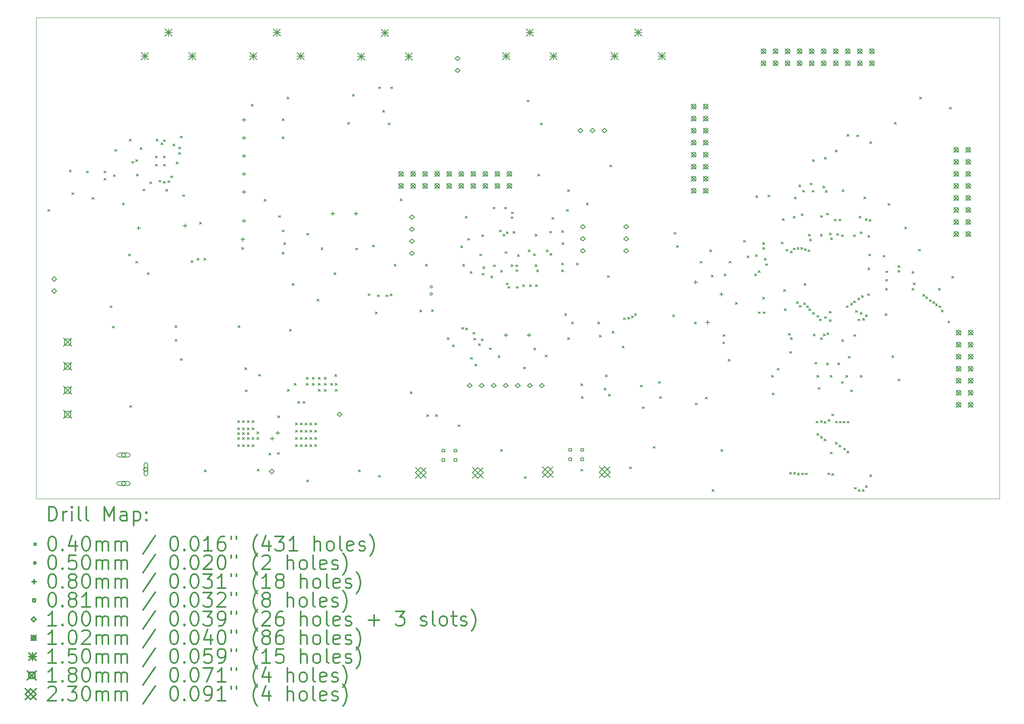
<source format=gbr>
%FSLAX45Y45*%
G04 Gerber Fmt 4.5, Leading zero omitted, Abs format (unit mm)*
G04 Created by KiCad (PCBNEW 4.0.7-e2-6376~58~ubuntu16.04.1) date Thu Apr  4 23:28:54 2019*
%MOMM*%
%LPD*%
G01*
G04 APERTURE LIST*
%ADD10C,0.127000*%
%ADD11C,0.100000*%
%ADD12C,0.200000*%
%ADD13C,0.300000*%
G04 APERTURE END LIST*
D10*
D11*
X25400000Y-5080000D02*
X25400000Y-15240000D01*
X5080000Y-15240000D02*
X5080000Y-5080000D01*
X25400000Y-15240000D02*
X5080000Y-15240000D01*
X5080000Y-5080000D02*
X25400000Y-5080000D01*
D12*
X5326700Y-9136700D02*
X5366700Y-9176700D01*
X5366700Y-9136700D02*
X5326700Y-9176700D01*
X5777156Y-8305244D02*
X5817156Y-8345244D01*
X5817156Y-8305244D02*
X5777156Y-8345244D01*
X5834700Y-8781100D02*
X5874700Y-8821100D01*
X5874700Y-8781100D02*
X5834700Y-8821100D01*
X6139500Y-8323900D02*
X6179500Y-8363900D01*
X6179500Y-8323900D02*
X6139500Y-8363900D01*
X6253800Y-8882700D02*
X6293800Y-8922700D01*
X6293800Y-8882700D02*
X6253800Y-8922700D01*
X6507800Y-8323900D02*
X6547800Y-8363900D01*
X6547800Y-8323900D02*
X6507800Y-8363900D01*
X6507800Y-8476300D02*
X6547800Y-8516300D01*
X6547800Y-8476300D02*
X6507800Y-8516300D01*
X6634800Y-11168700D02*
X6674800Y-11208700D01*
X6674800Y-11168700D02*
X6634800Y-11208700D01*
X6685600Y-11600500D02*
X6725600Y-11640500D01*
X6725600Y-11600500D02*
X6685600Y-11640500D01*
X6709201Y-8400100D02*
X6749201Y-8440100D01*
X6749201Y-8400100D02*
X6709201Y-8440100D01*
X6736400Y-7866700D02*
X6776400Y-7906700D01*
X6776400Y-7866700D02*
X6736400Y-7906700D01*
X6901500Y-8997000D02*
X6941500Y-9037000D01*
X6941500Y-8997000D02*
X6901500Y-9037000D01*
X7028500Y-10076500D02*
X7068500Y-10116500D01*
X7068500Y-10076500D02*
X7028500Y-10116500D01*
X7041200Y-7650800D02*
X7081200Y-7690800D01*
X7081200Y-7650800D02*
X7041200Y-7690800D01*
X7053900Y-13276900D02*
X7093900Y-13316900D01*
X7093900Y-13276900D02*
X7053900Y-13316900D01*
X7092000Y-8120700D02*
X7132000Y-8160700D01*
X7132000Y-8120700D02*
X7092000Y-8160700D01*
X7180900Y-8082600D02*
X7220900Y-8122600D01*
X7220900Y-8082600D02*
X7180900Y-8122600D01*
X7180900Y-10228900D02*
X7220900Y-10268900D01*
X7220900Y-10228900D02*
X7180900Y-10268900D01*
X7193600Y-8387401D02*
X7233600Y-8427401D01*
X7233600Y-8387401D02*
X7193600Y-8427401D01*
X7269800Y-7828600D02*
X7309800Y-7868600D01*
X7309800Y-7828600D02*
X7269800Y-7868600D01*
X7333299Y-8704900D02*
X7373299Y-8744900D01*
X7373299Y-8704900D02*
X7333299Y-8744900D01*
X7422200Y-10470200D02*
X7462200Y-10510200D01*
X7462200Y-10470200D02*
X7422200Y-10510200D01*
X7473000Y-8552500D02*
X7513000Y-8592500D01*
X7513000Y-8552500D02*
X7473000Y-8592500D01*
X7591250Y-8006250D02*
X7631250Y-8046250D01*
X7631250Y-8006250D02*
X7591250Y-8046250D01*
X7591250Y-8178750D02*
X7631250Y-8218750D01*
X7631250Y-8178750D02*
X7591250Y-8218750D01*
X7612700Y-7650800D02*
X7652700Y-7690800D01*
X7652700Y-7650800D02*
X7612700Y-7690800D01*
X7667195Y-8517585D02*
X7707195Y-8557585D01*
X7707195Y-8517585D02*
X7667195Y-8557585D01*
X7712667Y-7724478D02*
X7752667Y-7764478D01*
X7752667Y-7724478D02*
X7712667Y-7764478D01*
X7763750Y-8006250D02*
X7803750Y-8046250D01*
X7803750Y-8006250D02*
X7763750Y-8046250D01*
X7763750Y-8178750D02*
X7803750Y-8218750D01*
X7803750Y-8178750D02*
X7763750Y-8218750D01*
X7764159Y-7663251D02*
X7804159Y-7703251D01*
X7804159Y-7663251D02*
X7764159Y-7703251D01*
X7765100Y-8539800D02*
X7805100Y-8579800D01*
X7805100Y-8539800D02*
X7765100Y-8579800D01*
X7812189Y-8709802D02*
X7852189Y-8749802D01*
X7852189Y-8709802D02*
X7812189Y-8749802D01*
X7854000Y-8527100D02*
X7894000Y-8567100D01*
X7894000Y-8527100D02*
X7854000Y-8567100D01*
X7917500Y-8425500D02*
X7957500Y-8465500D01*
X7957500Y-8425500D02*
X7917500Y-8465500D01*
X7968300Y-7752400D02*
X8008300Y-7792400D01*
X8008300Y-7752400D02*
X7968300Y-7792400D01*
X8006400Y-11587800D02*
X8046400Y-11627800D01*
X8046400Y-11587800D02*
X8006400Y-11627800D01*
X8006400Y-11879900D02*
X8046400Y-11919900D01*
X8046400Y-11879900D02*
X8006400Y-11919900D01*
X8031800Y-8130001D02*
X8071800Y-8170001D01*
X8071800Y-8130001D02*
X8031800Y-8170001D01*
X8082599Y-7815900D02*
X8122599Y-7855900D01*
X8122599Y-7815900D02*
X8082599Y-7855900D01*
X8082600Y-7930200D02*
X8122600Y-7970200D01*
X8122600Y-7930200D02*
X8082600Y-7970200D01*
X8120700Y-7587300D02*
X8160700Y-7627300D01*
X8160700Y-7587300D02*
X8120700Y-7627300D01*
X8120700Y-12286300D02*
X8160700Y-12326300D01*
X8160700Y-12286300D02*
X8120700Y-12326300D01*
X8171500Y-8822162D02*
X8211500Y-8862162D01*
X8211500Y-8822162D02*
X8171500Y-8862162D01*
X8349300Y-10216200D02*
X8389300Y-10256200D01*
X8389300Y-10216200D02*
X8349300Y-10256200D01*
X8476300Y-10166400D02*
X8516300Y-10206400D01*
X8516300Y-10166400D02*
X8476300Y-10206400D01*
X8527100Y-9403400D02*
X8567100Y-9443400D01*
X8567100Y-9403400D02*
X8527100Y-9443400D01*
X8616000Y-10166400D02*
X8656000Y-10206400D01*
X8656000Y-10166400D02*
X8616000Y-10206400D01*
X8628700Y-14635800D02*
X8668700Y-14675800D01*
X8668700Y-14635800D02*
X8628700Y-14675800D01*
X9327200Y-13594400D02*
X9367200Y-13634400D01*
X9367200Y-13594400D02*
X9327200Y-13634400D01*
X9327200Y-13746800D02*
X9367200Y-13786800D01*
X9367200Y-13746800D02*
X9327200Y-13786800D01*
X9327200Y-13848400D02*
X9367200Y-13888400D01*
X9367200Y-13848400D02*
X9327200Y-13888400D01*
X9327200Y-13950000D02*
X9367200Y-13990000D01*
X9367200Y-13950000D02*
X9327200Y-13990000D01*
X9327200Y-14102400D02*
X9367200Y-14142400D01*
X9367200Y-14102400D02*
X9327200Y-14142400D01*
X9339900Y-11587800D02*
X9379900Y-11627800D01*
X9379900Y-11587800D02*
X9339900Y-11627800D01*
X9416100Y-9936800D02*
X9456100Y-9976800D01*
X9456100Y-9936800D02*
X9416100Y-9976800D01*
X9428800Y-13594400D02*
X9468800Y-13634400D01*
X9468800Y-13594400D02*
X9428800Y-13634400D01*
X9428800Y-13746800D02*
X9468800Y-13786800D01*
X9468800Y-13746800D02*
X9428800Y-13786800D01*
X9428800Y-13848400D02*
X9468800Y-13888400D01*
X9468800Y-13848400D02*
X9428800Y-13888400D01*
X9428800Y-13950000D02*
X9468800Y-13990000D01*
X9468800Y-13950000D02*
X9428800Y-13990000D01*
X9428800Y-14102400D02*
X9468800Y-14142400D01*
X9468800Y-14102400D02*
X9428800Y-14142400D01*
X9479600Y-12476800D02*
X9519600Y-12516800D01*
X9519600Y-12476800D02*
X9479600Y-12516800D01*
X9492300Y-12946700D02*
X9532300Y-12986700D01*
X9532300Y-12946700D02*
X9492300Y-12986700D01*
X9530400Y-13594400D02*
X9570400Y-13634400D01*
X9570400Y-13594400D02*
X9530400Y-13634400D01*
X9530400Y-13746800D02*
X9570400Y-13786800D01*
X9570400Y-13746800D02*
X9530400Y-13786800D01*
X9530400Y-13848400D02*
X9570400Y-13888400D01*
X9570400Y-13848400D02*
X9530400Y-13888400D01*
X9530400Y-13950000D02*
X9570400Y-13990000D01*
X9570400Y-13950000D02*
X9530400Y-13990000D01*
X9530400Y-14102400D02*
X9570400Y-14142400D01*
X9570400Y-14102400D02*
X9530400Y-14142400D01*
X9619300Y-6914200D02*
X9659300Y-6954200D01*
X9659300Y-6914200D02*
X9619300Y-6954200D01*
X9632000Y-13594400D02*
X9672000Y-13634400D01*
X9672000Y-13594400D02*
X9632000Y-13634400D01*
X9632000Y-13746800D02*
X9672000Y-13786800D01*
X9672000Y-13746800D02*
X9632000Y-13786800D01*
X9632000Y-13950000D02*
X9672000Y-13990000D01*
X9672000Y-13950000D02*
X9632000Y-13990000D01*
X9632000Y-14102400D02*
X9672000Y-14142400D01*
X9672000Y-14102400D02*
X9632000Y-14142400D01*
X9733600Y-13832500D02*
X9773600Y-13872500D01*
X9773600Y-13832500D02*
X9733600Y-13872500D01*
X9733600Y-13950000D02*
X9773600Y-13990000D01*
X9773600Y-13950000D02*
X9733600Y-13990000D01*
X9746300Y-14619900D02*
X9786300Y-14659900D01*
X9786300Y-14619900D02*
X9746300Y-14659900D01*
X9771700Y-12616500D02*
X9811700Y-12656500D01*
X9811700Y-12616500D02*
X9771700Y-12656500D01*
X9886071Y-8920359D02*
X9926071Y-8960359D01*
X9926071Y-8920359D02*
X9886071Y-8960359D01*
X9987600Y-14280200D02*
X10027600Y-14320200D01*
X10027600Y-14280200D02*
X9987600Y-14320200D01*
X10165400Y-14267500D02*
X10205400Y-14307500D01*
X10205400Y-14267500D02*
X10165400Y-14307500D01*
X10178100Y-13492800D02*
X10218100Y-13532800D01*
X10218100Y-13492800D02*
X10178100Y-13532800D01*
X10190800Y-9263700D02*
X10230800Y-9303700D01*
X10230800Y-9263700D02*
X10190800Y-9303700D01*
X10267000Y-7219000D02*
X10307000Y-7259000D01*
X10307000Y-7219000D02*
X10267000Y-7259000D01*
X10267000Y-7600000D02*
X10307000Y-7640000D01*
X10307000Y-7600000D02*
X10267000Y-7640000D01*
X10267000Y-9568500D02*
X10307000Y-9608500D01*
X10307000Y-9568500D02*
X10267000Y-9608500D01*
X10267000Y-10038400D02*
X10307000Y-10078400D01*
X10307000Y-10038400D02*
X10267000Y-10078400D01*
X10305100Y-9835200D02*
X10345100Y-9875200D01*
X10345100Y-9835200D02*
X10305100Y-9875200D01*
X10368600Y-6761800D02*
X10408600Y-6801800D01*
X10408600Y-6761800D02*
X10368600Y-6801800D01*
X10381300Y-12934000D02*
X10421300Y-12974000D01*
X10421300Y-12934000D02*
X10381300Y-12974000D01*
X10419400Y-11664000D02*
X10459400Y-11704000D01*
X10459400Y-11664000D02*
X10419400Y-11704000D01*
X10482900Y-10698800D02*
X10522900Y-10738800D01*
X10522900Y-10698800D02*
X10482900Y-10738800D01*
X10521000Y-12807000D02*
X10561000Y-12847000D01*
X10561000Y-12807000D02*
X10521000Y-12847000D01*
X10546400Y-13645200D02*
X10586400Y-13685200D01*
X10586400Y-13645200D02*
X10546400Y-13685200D01*
X10546400Y-13797600D02*
X10586400Y-13837600D01*
X10586400Y-13797600D02*
X10546400Y-13837600D01*
X10546400Y-13950000D02*
X10586400Y-13990000D01*
X10586400Y-13950000D02*
X10546400Y-13990000D01*
X10546400Y-14102400D02*
X10586400Y-14142400D01*
X10586400Y-14102400D02*
X10546400Y-14142400D01*
X10597200Y-13188000D02*
X10637200Y-13228000D01*
X10637200Y-13188000D02*
X10597200Y-13228000D01*
X10648000Y-13645200D02*
X10688000Y-13685200D01*
X10688000Y-13645200D02*
X10648000Y-13685200D01*
X10648000Y-13797600D02*
X10688000Y-13837600D01*
X10688000Y-13797600D02*
X10648000Y-13837600D01*
X10648000Y-13950000D02*
X10688000Y-13990000D01*
X10688000Y-13950000D02*
X10648000Y-13990000D01*
X10648000Y-14102400D02*
X10688000Y-14142400D01*
X10688000Y-14102400D02*
X10648000Y-14142400D01*
X10711500Y-13188000D02*
X10751500Y-13228000D01*
X10751500Y-13188000D02*
X10711500Y-13228000D01*
X10749600Y-13645200D02*
X10789600Y-13685200D01*
X10789600Y-13645200D02*
X10749600Y-13685200D01*
X10749600Y-13797600D02*
X10789600Y-13837600D01*
X10789600Y-13797600D02*
X10749600Y-13837600D01*
X10749600Y-13950000D02*
X10789600Y-13990000D01*
X10789600Y-13950000D02*
X10749600Y-13990000D01*
X10749600Y-14102400D02*
X10789600Y-14142400D01*
X10789600Y-14102400D02*
X10749600Y-14142400D01*
X10775000Y-12680000D02*
X10815000Y-12720000D01*
X10815000Y-12680000D02*
X10775000Y-12720000D01*
X10775000Y-12807000D02*
X10815000Y-12847000D01*
X10815000Y-12807000D02*
X10775000Y-12847000D01*
X10784956Y-9634744D02*
X10824956Y-9674744D01*
X10824956Y-9634744D02*
X10784956Y-9674744D01*
X10787700Y-14847000D02*
X10827700Y-14887000D01*
X10827700Y-14847000D02*
X10787700Y-14887000D01*
X10851200Y-13645200D02*
X10891200Y-13685200D01*
X10891200Y-13645200D02*
X10851200Y-13685200D01*
X10851200Y-13797600D02*
X10891200Y-13837600D01*
X10891200Y-13797600D02*
X10851200Y-13837600D01*
X10851200Y-13950000D02*
X10891200Y-13990000D01*
X10891200Y-13950000D02*
X10851200Y-13990000D01*
X10851200Y-14102400D02*
X10891200Y-14142400D01*
X10891200Y-14102400D02*
X10851200Y-14142400D01*
X10902000Y-12680000D02*
X10942000Y-12720000D01*
X10942000Y-12680000D02*
X10902000Y-12720000D01*
X10902000Y-12807000D02*
X10942000Y-12847000D01*
X10942000Y-12807000D02*
X10902000Y-12847000D01*
X10952800Y-13645200D02*
X10992800Y-13685200D01*
X10992800Y-13645200D02*
X10952800Y-13685200D01*
X10952800Y-13797600D02*
X10992800Y-13837600D01*
X10992800Y-13797600D02*
X10952800Y-13837600D01*
X10952800Y-13950000D02*
X10992800Y-13990000D01*
X10992800Y-13950000D02*
X10952800Y-13990000D01*
X10952800Y-14102400D02*
X10992800Y-14142400D01*
X10992800Y-14102400D02*
X10952800Y-14142400D01*
X11003600Y-11029000D02*
X11043600Y-11069000D01*
X11043600Y-11029000D02*
X11003600Y-11069000D01*
X11029000Y-12680000D02*
X11069000Y-12720000D01*
X11069000Y-12680000D02*
X11029000Y-12720000D01*
X11029000Y-12807000D02*
X11069000Y-12847000D01*
X11069000Y-12807000D02*
X11029000Y-12847000D01*
X11029000Y-12934000D02*
X11069000Y-12974000D01*
X11069000Y-12934000D02*
X11029000Y-12974000D01*
X11085894Y-9943406D02*
X11125894Y-9983406D01*
X11125894Y-9943406D02*
X11085894Y-9983406D01*
X11156000Y-12680000D02*
X11196000Y-12720000D01*
X11196000Y-12680000D02*
X11156000Y-12720000D01*
X11156000Y-12807000D02*
X11196000Y-12847000D01*
X11196000Y-12807000D02*
X11156000Y-12847000D01*
X11156000Y-12934000D02*
X11196000Y-12974000D01*
X11196000Y-12934000D02*
X11156000Y-12974000D01*
X11295700Y-12807000D02*
X11335700Y-12847000D01*
X11335700Y-12807000D02*
X11295700Y-12847000D01*
X11359200Y-10470200D02*
X11399200Y-10510200D01*
X11399200Y-10470200D02*
X11359200Y-10510200D01*
X11378801Y-12622299D02*
X11418801Y-12662299D01*
X11418801Y-12622299D02*
X11378801Y-12662299D01*
X11384600Y-12807000D02*
X11424600Y-12847000D01*
X11424600Y-12807000D02*
X11384600Y-12847000D01*
X11384600Y-12934000D02*
X11424600Y-12974000D01*
X11424600Y-12934000D02*
X11384600Y-12974000D01*
X11651300Y-7295200D02*
X11691300Y-7335200D01*
X11691300Y-7295200D02*
X11651300Y-7335200D01*
X11752900Y-6699300D02*
X11792900Y-6739300D01*
X11792900Y-6699300D02*
X11752900Y-6739300D01*
X11816400Y-9949500D02*
X11856400Y-9989500D01*
X11856400Y-9949500D02*
X11816400Y-9989500D01*
X11879900Y-14635800D02*
X11919900Y-14675800D01*
X11919900Y-14635800D02*
X11879900Y-14675800D01*
X12083100Y-10914700D02*
X12123100Y-10954700D01*
X12123100Y-10914700D02*
X12083100Y-10954700D01*
X12172000Y-9886000D02*
X12212000Y-9926000D01*
X12212000Y-9886000D02*
X12172000Y-9926000D01*
X12235500Y-11297587D02*
X12275500Y-11337587D01*
X12275500Y-11297587D02*
X12235500Y-11337587D01*
X12273600Y-10939100D02*
X12313600Y-10979100D01*
X12313600Y-10939100D02*
X12273600Y-10979100D01*
X12299000Y-6545900D02*
X12339000Y-6585900D01*
X12339000Y-6545900D02*
X12299000Y-6585900D01*
X12299000Y-14750100D02*
X12339000Y-14790100D01*
X12339000Y-14750100D02*
X12299000Y-14790100D01*
X12387900Y-7041200D02*
X12427900Y-7081200D01*
X12427900Y-7041200D02*
X12387900Y-7081200D01*
X12451400Y-10939100D02*
X12491400Y-10979100D01*
X12491400Y-10939100D02*
X12451400Y-10979100D01*
X12502200Y-7307900D02*
X12542200Y-7347900D01*
X12542200Y-7307900D02*
X12502200Y-7347900D01*
X12546905Y-10920795D02*
X12586905Y-10960795D01*
X12586905Y-10920795D02*
X12546905Y-10960795D01*
X12553000Y-6545900D02*
X12593000Y-6585900D01*
X12593000Y-6545900D02*
X12553000Y-6585900D01*
X12629200Y-10292400D02*
X12669200Y-10332400D01*
X12669200Y-10292400D02*
X12629200Y-10332400D01*
X12756200Y-8914900D02*
X12796200Y-8954900D01*
X12796200Y-8914900D02*
X12756200Y-8954900D01*
X12972100Y-12984800D02*
X13012100Y-13024800D01*
X13012100Y-12984800D02*
X12972100Y-13024800D01*
X13175300Y-11257600D02*
X13215300Y-11297600D01*
X13215300Y-11257600D02*
X13175300Y-11297600D01*
X13289600Y-10292400D02*
X13329600Y-10332400D01*
X13329600Y-10292400D02*
X13289600Y-10332400D01*
X13315000Y-13467400D02*
X13355000Y-13507400D01*
X13355000Y-13467400D02*
X13315000Y-13507400D01*
X13420934Y-11248865D02*
X13460934Y-11288865D01*
X13460934Y-11248865D02*
X13420934Y-11288865D01*
X13505500Y-13467400D02*
X13545500Y-13507400D01*
X13545500Y-13467400D02*
X13505500Y-13507400D01*
X13747113Y-11843242D02*
X13787113Y-11883242D01*
X13787113Y-11843242D02*
X13747113Y-11883242D01*
X13861100Y-11994200D02*
X13901100Y-12034200D01*
X13901100Y-11994200D02*
X13861100Y-12034200D01*
X13975400Y-13683300D02*
X14015400Y-13723300D01*
X14015400Y-13683300D02*
X13975400Y-13723300D01*
X14033811Y-9899699D02*
X14073811Y-9939699D01*
X14073811Y-9899699D02*
X14033811Y-9939699D01*
X14052221Y-11626521D02*
X14092221Y-11666521D01*
X14092221Y-11626521D02*
X14052221Y-11666521D01*
X14074877Y-10289650D02*
X14114877Y-10329650D01*
X14114877Y-10289650D02*
X14074877Y-10329650D01*
X14127800Y-9276400D02*
X14167800Y-9316400D01*
X14167800Y-9276400D02*
X14127800Y-9316400D01*
X14140500Y-11638600D02*
X14180500Y-11678600D01*
X14180500Y-11638600D02*
X14140500Y-11678600D01*
X14178600Y-9746300D02*
X14218600Y-9786300D01*
X14218600Y-9746300D02*
X14178600Y-9786300D01*
X14229400Y-10444800D02*
X14269400Y-10484800D01*
X14269400Y-10444800D02*
X14229400Y-10484800D01*
X14242100Y-12260900D02*
X14282100Y-12300900D01*
X14282100Y-12260900D02*
X14242100Y-12300900D01*
X14292900Y-11727500D02*
X14332900Y-11767500D01*
X14332900Y-11727500D02*
X14292900Y-11767500D01*
X14305600Y-11854500D02*
X14345600Y-11894500D01*
X14345600Y-11854500D02*
X14305600Y-11894500D01*
X14331000Y-12400600D02*
X14371000Y-12440600D01*
X14371000Y-12400600D02*
X14331000Y-12440600D01*
X14407200Y-11968800D02*
X14447200Y-12008800D01*
X14447200Y-11968800D02*
X14407200Y-12008800D01*
X14432600Y-10076500D02*
X14472600Y-10116500D01*
X14472600Y-10076500D02*
X14432600Y-10116500D01*
X14470700Y-11867200D02*
X14510700Y-11907200D01*
X14510700Y-11867200D02*
X14470700Y-11907200D01*
X14478025Y-9670277D02*
X14518025Y-9710277D01*
X14518025Y-9670277D02*
X14478025Y-9710277D01*
X14483400Y-10482900D02*
X14523400Y-10522900D01*
X14523400Y-10482900D02*
X14483400Y-10522900D01*
X14502992Y-10344200D02*
X14542992Y-10384200D01*
X14542992Y-10344200D02*
X14502992Y-10384200D01*
X14635800Y-12057700D02*
X14675800Y-12097700D01*
X14675800Y-12057700D02*
X14635800Y-12097700D01*
X14667805Y-10540305D02*
X14707805Y-10580305D01*
X14707805Y-10540305D02*
X14667805Y-10580305D01*
X14712000Y-9085900D02*
X14752000Y-9125900D01*
X14752000Y-9085900D02*
X14712000Y-9125900D01*
X14724700Y-10305100D02*
X14764700Y-10345100D01*
X14764700Y-10305100D02*
X14724700Y-10345100D01*
X14819399Y-12222800D02*
X14859399Y-12262800D01*
X14859399Y-12222800D02*
X14819399Y-12262800D01*
X14851700Y-9568500D02*
X14891700Y-9608500D01*
X14891700Y-9568500D02*
X14851700Y-9608500D01*
X14877100Y-10419400D02*
X14917100Y-10459400D01*
X14917100Y-10419400D02*
X14877100Y-10459400D01*
X14877100Y-14204000D02*
X14917100Y-14244000D01*
X14917100Y-14204000D02*
X14877100Y-14244000D01*
X14927900Y-9657400D02*
X14967900Y-9697400D01*
X14967900Y-9657400D02*
X14927900Y-9697400D01*
X14962000Y-9085900D02*
X15002000Y-9125900D01*
X15002000Y-9085900D02*
X14962000Y-9125900D01*
X14966000Y-10025700D02*
X15006000Y-10065700D01*
X15006000Y-10025700D02*
X14966000Y-10065700D01*
X14991400Y-9606600D02*
X15031400Y-9646600D01*
X15031400Y-9606600D02*
X14991400Y-9646600D01*
X14991400Y-10686100D02*
X15031400Y-10726100D01*
X15031400Y-10686100D02*
X14991400Y-10726100D01*
X15029500Y-10762300D02*
X15069500Y-10802300D01*
X15069500Y-10762300D02*
X15029500Y-10802300D01*
X15093000Y-9289100D02*
X15133000Y-9329100D01*
X15133000Y-9289100D02*
X15093000Y-9329100D01*
X15093000Y-10303501D02*
X15133000Y-10343501D01*
X15133000Y-10303501D02*
X15093000Y-10343501D01*
X15105700Y-9187500D02*
X15145700Y-9227500D01*
X15145700Y-9187500D02*
X15105700Y-9227500D01*
X15137706Y-9599994D02*
X15177706Y-9639994D01*
X15177706Y-9599994D02*
X15137706Y-9639994D01*
X15194600Y-10305100D02*
X15234600Y-10345100D01*
X15234600Y-10305100D02*
X15194600Y-10345100D01*
X15194600Y-10406700D02*
X15234600Y-10446700D01*
X15234600Y-10406700D02*
X15194600Y-10446700D01*
X15207300Y-10762300D02*
X15247300Y-10802300D01*
X15247300Y-10762300D02*
X15207300Y-10802300D01*
X15232700Y-10089200D02*
X15272700Y-10129200D01*
X15272700Y-10089200D02*
X15232700Y-10129200D01*
X15341633Y-10725200D02*
X15381633Y-10765200D01*
X15381633Y-10725200D02*
X15341633Y-10765200D01*
X15359700Y-12464100D02*
X15399700Y-12504100D01*
X15399700Y-12464100D02*
X15359700Y-12504100D01*
X15372400Y-14775500D02*
X15412400Y-14815500D01*
X15412400Y-14775500D02*
X15372400Y-14815500D01*
X15435900Y-6825300D02*
X15475900Y-6865300D01*
X15475900Y-6825300D02*
X15435900Y-6865300D01*
X15461300Y-9987600D02*
X15501300Y-10027600D01*
X15501300Y-9987600D02*
X15461300Y-10027600D01*
X15486700Y-10724200D02*
X15526700Y-10764200D01*
X15526700Y-10724200D02*
X15486700Y-10764200D01*
X15567428Y-10074301D02*
X15607428Y-10114301D01*
X15607428Y-10074301D02*
X15567428Y-10114301D01*
X15575600Y-12058699D02*
X15615600Y-12098699D01*
X15615600Y-12058699D02*
X15575600Y-12098699D01*
X15601000Y-9657400D02*
X15641000Y-9697400D01*
X15641000Y-9657400D02*
X15601000Y-9697400D01*
X15602616Y-10303320D02*
X15642616Y-10343320D01*
X15642616Y-10303320D02*
X15602616Y-10343320D01*
X15611701Y-10724200D02*
X15651701Y-10764200D01*
X15651701Y-10724200D02*
X15611701Y-10764200D01*
X15639100Y-10412600D02*
X15679100Y-10452600D01*
X15679100Y-10412600D02*
X15639100Y-10452600D01*
X15664500Y-8387400D02*
X15704500Y-8427400D01*
X15704500Y-8387400D02*
X15664500Y-8427400D01*
X15715300Y-7307900D02*
X15755300Y-7347900D01*
X15755300Y-7307900D02*
X15715300Y-7347900D01*
X15813300Y-12210100D02*
X15853300Y-12250100D01*
X15853300Y-12210100D02*
X15813300Y-12250100D01*
X15842300Y-9984500D02*
X15882300Y-10024500D01*
X15882300Y-9984500D02*
X15842300Y-10024500D01*
X15905800Y-9593900D02*
X15945800Y-9633900D01*
X15945800Y-9593900D02*
X15905800Y-9633900D01*
X15918500Y-10063800D02*
X15958500Y-10103800D01*
X15958500Y-10063800D02*
X15918500Y-10103800D01*
X15956600Y-9301800D02*
X15996600Y-9341800D01*
X15996600Y-9301800D02*
X15956600Y-9341800D01*
X16159800Y-9581200D02*
X16199800Y-9621200D01*
X16199800Y-9581200D02*
X16159800Y-9621200D01*
X16159800Y-10266999D02*
X16199800Y-10306999D01*
X16199800Y-10266999D02*
X16159800Y-10306999D01*
X16159800Y-10412600D02*
X16199800Y-10452600D01*
X16199800Y-10412600D02*
X16159800Y-10452600D01*
X16172500Y-9835200D02*
X16212500Y-9875200D01*
X16212500Y-9835200D02*
X16172500Y-9875200D01*
X16224150Y-11334650D02*
X16264150Y-11374650D01*
X16264150Y-11334650D02*
X16224150Y-11374650D01*
X16261400Y-9136700D02*
X16301400Y-9176700D01*
X16301400Y-9136700D02*
X16261400Y-9176700D01*
X16286800Y-8717600D02*
X16326800Y-8757600D01*
X16326800Y-8717600D02*
X16286800Y-8757600D01*
X16286800Y-11841800D02*
X16326800Y-11881800D01*
X16326800Y-11841800D02*
X16286800Y-11881800D01*
X16375700Y-11511600D02*
X16415700Y-11551600D01*
X16415700Y-11511600D02*
X16375700Y-11551600D01*
X16477229Y-10266400D02*
X16517229Y-10306400D01*
X16517229Y-10266400D02*
X16477229Y-10306400D01*
X16566200Y-12816400D02*
X16606200Y-12856400D01*
X16606200Y-12816400D02*
X16566200Y-12856400D01*
X16566200Y-14623100D02*
X16606200Y-14663100D01*
X16606200Y-14623100D02*
X16566200Y-14663100D01*
X16578900Y-13086400D02*
X16618900Y-13126400D01*
X16618900Y-13086400D02*
X16578900Y-13126400D01*
X16682100Y-8997000D02*
X16722100Y-9037000D01*
X16722100Y-8997000D02*
X16682100Y-9037000D01*
X16921800Y-11511600D02*
X16961800Y-11551600D01*
X16961800Y-11511600D02*
X16921800Y-11551600D01*
X16959900Y-11791000D02*
X16999900Y-11831000D01*
X16999900Y-11791000D02*
X16959900Y-11831000D01*
X17061500Y-12908600D02*
X17101500Y-12948600D01*
X17101500Y-12908600D02*
X17061500Y-12948600D01*
X17086900Y-12629200D02*
X17126900Y-12669200D01*
X17126900Y-12629200D02*
X17086900Y-12669200D01*
X17125000Y-10533700D02*
X17165000Y-10573700D01*
X17165000Y-10533700D02*
X17125000Y-10573700D01*
X17150400Y-13035600D02*
X17190400Y-13075600D01*
X17190400Y-13035600D02*
X17150400Y-13075600D01*
X17175800Y-8196900D02*
X17215800Y-8236900D01*
X17215800Y-8196900D02*
X17175800Y-8236900D01*
X17228200Y-11707700D02*
X17268200Y-11747700D01*
X17268200Y-11707700D02*
X17228200Y-11747700D01*
X17442500Y-12019600D02*
X17482500Y-12059600D01*
X17482500Y-12019600D02*
X17442500Y-12059600D01*
X17467900Y-11422700D02*
X17507900Y-11462700D01*
X17507900Y-11422700D02*
X17467900Y-11462700D01*
X17556800Y-11410000D02*
X17596800Y-11450000D01*
X17596800Y-11410000D02*
X17556800Y-11450000D01*
X17594900Y-14572300D02*
X17634900Y-14612300D01*
X17634900Y-14572300D02*
X17594900Y-14612300D01*
X17632574Y-11381440D02*
X17672574Y-11421440D01*
X17672574Y-11381440D02*
X17632574Y-11421440D01*
X17697288Y-11334406D02*
X17737288Y-11374406D01*
X17737288Y-11334406D02*
X17697288Y-11374406D01*
X17823500Y-12845100D02*
X17863500Y-12885100D01*
X17863500Y-12845100D02*
X17823500Y-12885100D01*
X17861600Y-13302300D02*
X17901600Y-13342300D01*
X17901600Y-13302300D02*
X17861600Y-13342300D01*
X18090200Y-14140500D02*
X18130200Y-14180500D01*
X18130200Y-14140500D02*
X18090200Y-14180500D01*
X18204500Y-12768900D02*
X18244500Y-12808900D01*
X18244500Y-12768900D02*
X18204500Y-12808900D01*
X18229900Y-13086400D02*
X18269900Y-13126400D01*
X18269900Y-13086400D02*
X18229900Y-13126400D01*
X18509300Y-11359200D02*
X18549300Y-11399200D01*
X18549300Y-11359200D02*
X18509300Y-11399200D01*
X18534700Y-9619300D02*
X18574700Y-9659300D01*
X18574700Y-9619300D02*
X18534700Y-9659300D01*
X18585500Y-9898700D02*
X18625500Y-9938700D01*
X18625500Y-9898700D02*
X18585500Y-9938700D01*
X18966500Y-11511600D02*
X19006500Y-11551600D01*
X19006500Y-11511600D02*
X18966500Y-11551600D01*
X18979200Y-13226100D02*
X19019200Y-13266100D01*
X19019200Y-13226100D02*
X18979200Y-13266100D01*
X19080800Y-10228900D02*
X19120800Y-10268900D01*
X19120800Y-10228900D02*
X19080800Y-10268900D01*
X19195100Y-13099100D02*
X19235100Y-13139100D01*
X19235100Y-13099100D02*
X19195100Y-13139100D01*
X19284001Y-9987600D02*
X19324001Y-10027600D01*
X19324001Y-9987600D02*
X19284001Y-10027600D01*
X19322100Y-10521000D02*
X19362100Y-10561000D01*
X19362100Y-10521000D02*
X19322100Y-10561000D01*
X19334800Y-15048998D02*
X19374800Y-15088998D01*
X19374800Y-15048998D02*
X19334800Y-15088998D01*
X19525300Y-14204000D02*
X19565300Y-14244000D01*
X19565300Y-14204000D02*
X19525300Y-14244000D01*
X19560026Y-11930700D02*
X19600026Y-11970700D01*
X19600026Y-11930700D02*
X19560026Y-11970700D01*
X19563400Y-11778300D02*
X19603400Y-11818300D01*
X19603400Y-11778300D02*
X19563400Y-11818300D01*
X19588800Y-10495600D02*
X19628800Y-10535600D01*
X19628800Y-10495600D02*
X19588800Y-10535600D01*
X19677700Y-12299000D02*
X19717700Y-12339000D01*
X19717700Y-12299000D02*
X19677700Y-12339000D01*
X19690400Y-10228900D02*
X19730400Y-10268900D01*
X19730400Y-10228900D02*
X19690400Y-10268900D01*
X19826458Y-11095632D02*
X19866458Y-11135632D01*
X19866458Y-11095632D02*
X19826458Y-11135632D01*
X19999200Y-9788400D02*
X20039200Y-9828400D01*
X20039200Y-9788400D02*
X19999200Y-9828400D01*
X20071400Y-10114600D02*
X20111400Y-10154600D01*
X20111400Y-10114600D02*
X20071400Y-10154600D01*
X20236500Y-10495600D02*
X20276500Y-10535600D01*
X20276500Y-10495600D02*
X20236500Y-10535600D01*
X20249200Y-10089200D02*
X20289200Y-10129200D01*
X20289200Y-10089200D02*
X20249200Y-10129200D01*
X20261900Y-8844600D02*
X20301900Y-8884600D01*
X20301900Y-8844600D02*
X20261900Y-8884600D01*
X20307700Y-10427100D02*
X20347700Y-10467100D01*
X20347700Y-10427100D02*
X20307700Y-10467100D01*
X20312700Y-11295700D02*
X20352700Y-11335700D01*
X20352700Y-11295700D02*
X20312700Y-11335700D01*
X20401600Y-9835200D02*
X20441600Y-9875200D01*
X20441600Y-9835200D02*
X20401600Y-9875200D01*
X20401600Y-9936800D02*
X20441600Y-9976800D01*
X20441600Y-9936800D02*
X20401600Y-9976800D01*
X20401600Y-10987101D02*
X20441600Y-11027101D01*
X20441600Y-10987101D02*
X20401600Y-11027101D01*
X20414300Y-11295700D02*
X20454300Y-11335700D01*
X20454300Y-11295700D02*
X20414300Y-11335700D01*
X20439700Y-10165400D02*
X20479700Y-10205400D01*
X20479700Y-10165400D02*
X20439700Y-10205400D01*
X20465100Y-10279700D02*
X20505100Y-10319700D01*
X20505100Y-10279700D02*
X20465100Y-10319700D01*
X20515900Y-8831900D02*
X20555900Y-8871900D01*
X20555900Y-8831900D02*
X20515900Y-8871900D01*
X20592100Y-12634501D02*
X20632100Y-12674501D01*
X20632100Y-12634501D02*
X20592100Y-12674501D01*
X20604800Y-13010200D02*
X20644800Y-13050200D01*
X20644800Y-13010200D02*
X20604800Y-13050200D01*
X20706400Y-12489500D02*
X20746400Y-12529500D01*
X20746400Y-12489500D02*
X20706400Y-12529500D01*
X20795132Y-9822668D02*
X20835132Y-9862668D01*
X20835132Y-9822668D02*
X20795132Y-9862668D01*
X20820700Y-9327200D02*
X20860700Y-9367200D01*
X20860700Y-9327200D02*
X20820700Y-9367200D01*
X20846100Y-10825800D02*
X20886100Y-10865800D01*
X20886100Y-10825800D02*
X20846100Y-10865800D01*
X20858800Y-11232200D02*
X20898800Y-11272200D01*
X20898800Y-11232200D02*
X20858800Y-11272200D01*
X20896900Y-9974900D02*
X20936900Y-10014900D01*
X20936900Y-9974900D02*
X20896900Y-10014900D01*
X20947955Y-11753155D02*
X20987955Y-11793155D01*
X20987955Y-11753155D02*
X20947955Y-11793155D01*
X20972101Y-12133900D02*
X21012101Y-12173900D01*
X21012101Y-12133900D02*
X20972101Y-12173900D01*
X20973100Y-14686600D02*
X21013100Y-14726600D01*
X21013100Y-14686600D02*
X20973100Y-14726600D01*
X20985800Y-10013000D02*
X21025800Y-10053000D01*
X21025800Y-10013000D02*
X20985800Y-10053000D01*
X20985800Y-11841800D02*
X21025800Y-11881800D01*
X21025800Y-11841800D02*
X20985800Y-11881800D01*
X21044398Y-9273849D02*
X21084398Y-9313849D01*
X21084398Y-9273849D02*
X21044398Y-9313849D01*
X21049300Y-9949500D02*
X21089300Y-9989500D01*
X21089300Y-9949500D02*
X21049300Y-9989500D01*
X21057263Y-14685372D02*
X21097263Y-14725372D01*
X21097263Y-14685372D02*
X21057263Y-14725372D01*
X21074700Y-8870000D02*
X21114700Y-8910000D01*
X21114700Y-8870000D02*
X21074700Y-8910000D01*
X21112800Y-11079800D02*
X21152800Y-11119800D01*
X21152800Y-11079800D02*
X21112800Y-11119800D01*
X21128212Y-9936348D02*
X21168212Y-9976348D01*
X21168212Y-9936348D02*
X21128212Y-9976348D01*
X21134651Y-14705649D02*
X21174651Y-14745649D01*
X21174651Y-14705649D02*
X21134651Y-14745649D01*
X21163600Y-8616000D02*
X21203600Y-8656000D01*
X21203600Y-8616000D02*
X21163600Y-8656000D01*
X21173097Y-11159750D02*
X21213097Y-11199750D01*
X21213097Y-11159750D02*
X21173097Y-11199750D01*
X21208210Y-9936840D02*
X21248210Y-9976840D01*
X21248210Y-9936840D02*
X21208210Y-9976840D01*
X21214400Y-9225599D02*
X21254400Y-9265599D01*
X21254400Y-9225599D02*
X21214400Y-9265599D01*
X21223300Y-14698842D02*
X21263300Y-14738842D01*
X21263300Y-14698842D02*
X21223300Y-14738842D01*
X21239800Y-8730300D02*
X21279800Y-8770300D01*
X21279800Y-8730300D02*
X21239800Y-8770300D01*
X21265200Y-11105200D02*
X21305200Y-11145200D01*
X21305200Y-11105200D02*
X21265200Y-11145200D01*
X21277900Y-10698800D02*
X21317900Y-10738800D01*
X21317900Y-10698800D02*
X21277900Y-10738800D01*
X21283388Y-9964197D02*
X21323388Y-10004197D01*
X21323388Y-9964197D02*
X21283388Y-10004197D01*
X21303300Y-14699301D02*
X21343300Y-14739301D01*
X21343300Y-14699301D02*
X21303300Y-14739301D01*
X21328700Y-11168700D02*
X21368700Y-11208700D01*
X21368700Y-11168700D02*
X21328700Y-11208700D01*
X21359336Y-9989333D02*
X21399336Y-10029333D01*
X21399336Y-9989333D02*
X21359336Y-10029333D01*
X21366800Y-9657400D02*
X21406800Y-9697400D01*
X21406800Y-9657400D02*
X21366800Y-9697400D01*
X21379500Y-11232200D02*
X21419500Y-11272200D01*
X21419500Y-11232200D02*
X21379500Y-11272200D01*
X21392200Y-9759000D02*
X21432200Y-9799000D01*
X21432200Y-9759000D02*
X21392200Y-9799000D01*
X21404900Y-8577900D02*
X21444900Y-8617900D01*
X21444900Y-8577900D02*
X21404900Y-8617900D01*
X21443000Y-8730300D02*
X21483000Y-8770300D01*
X21483000Y-8730300D02*
X21443000Y-8770300D01*
X21455700Y-8082600D02*
X21495700Y-8122600D01*
X21495700Y-8082600D02*
X21455700Y-8122600D01*
X21455700Y-11308400D02*
X21495700Y-11348400D01*
X21495700Y-11308400D02*
X21455700Y-11348400D01*
X21468400Y-11765600D02*
X21508400Y-11805600D01*
X21508400Y-11765600D02*
X21468400Y-11805600D01*
X21506500Y-12362500D02*
X21546500Y-12402500D01*
X21546500Y-12362500D02*
X21506500Y-12402500D01*
X21531900Y-13607100D02*
X21571900Y-13647100D01*
X21571900Y-13607100D02*
X21531900Y-13647100D01*
X21544600Y-11371900D02*
X21584600Y-11411900D01*
X21584600Y-11371900D02*
X21544600Y-11411900D01*
X21544600Y-12634501D02*
X21584600Y-12674501D01*
X21584600Y-12634501D02*
X21544600Y-12674501D01*
X21544600Y-13865900D02*
X21584600Y-13905900D01*
X21584600Y-13865900D02*
X21544600Y-13905900D01*
X21570000Y-12895900D02*
X21610000Y-12935900D01*
X21610000Y-12895900D02*
X21570000Y-12935900D01*
X21595400Y-11448100D02*
X21635400Y-11488100D01*
X21635400Y-11448100D02*
X21595400Y-11488100D01*
X21617600Y-9654200D02*
X21657600Y-9694200D01*
X21657600Y-9654200D02*
X21617600Y-9694200D01*
X21620800Y-11841800D02*
X21660800Y-11881800D01*
X21660800Y-11841800D02*
X21620800Y-11881800D01*
X21620800Y-13594400D02*
X21660800Y-13634400D01*
X21660800Y-13594400D02*
X21620800Y-13634400D01*
X21620800Y-13923600D02*
X21660800Y-13963600D01*
X21660800Y-13923600D02*
X21620800Y-13963600D01*
X21625102Y-9263700D02*
X21665102Y-9303700D01*
X21665102Y-9263700D02*
X21625102Y-9303700D01*
X21671600Y-8641400D02*
X21711600Y-8681400D01*
X21711600Y-8641400D02*
X21671600Y-8681400D01*
X21680100Y-11765600D02*
X21720100Y-11805600D01*
X21720100Y-11765600D02*
X21680100Y-11805600D01*
X21699000Y-13986100D02*
X21739000Y-14026100D01*
X21739000Y-13986100D02*
X21699000Y-14026100D01*
X21699247Y-13610089D02*
X21739247Y-13650089D01*
X21739247Y-13610089D02*
X21699247Y-13650089D01*
X21709249Y-8031800D02*
X21749249Y-8071800D01*
X21749249Y-8031800D02*
X21709249Y-8071800D01*
X21709700Y-11397300D02*
X21749700Y-11437300D01*
X21749700Y-11397300D02*
X21709700Y-11437300D01*
X21721942Y-8734100D02*
X21761942Y-8774100D01*
X21761942Y-8734100D02*
X21721942Y-8774100D01*
X21747800Y-9212900D02*
X21787800Y-9252900D01*
X21787800Y-9212900D02*
X21747800Y-9252900D01*
X21747800Y-12375200D02*
X21787800Y-12415200D01*
X21787800Y-12375200D02*
X21747800Y-12415200D01*
X21760056Y-11739756D02*
X21800056Y-11779756D01*
X21800056Y-11739756D02*
X21760056Y-11779756D01*
X21773200Y-14699300D02*
X21813200Y-14739300D01*
X21813200Y-14699300D02*
X21773200Y-14739300D01*
X21785900Y-13569000D02*
X21825900Y-13609000D01*
X21825900Y-13569000D02*
X21785900Y-13609000D01*
X21811300Y-9632000D02*
X21851300Y-9672000D01*
X21851300Y-9632000D02*
X21811300Y-9672000D01*
X21811300Y-11282999D02*
X21851300Y-11322999D01*
X21851300Y-11282999D02*
X21811300Y-11322999D01*
X21811300Y-11460800D02*
X21851300Y-11500800D01*
X21851300Y-11460800D02*
X21811300Y-11500800D01*
X21823186Y-14258186D02*
X21863186Y-14298186D01*
X21863186Y-14258186D02*
X21823186Y-14298186D01*
X21824000Y-12634501D02*
X21864000Y-12674501D01*
X21864000Y-12634501D02*
X21824000Y-12674501D01*
X21836700Y-9733600D02*
X21876700Y-9773600D01*
X21876700Y-9733600D02*
X21836700Y-9773600D01*
X21862100Y-13454700D02*
X21902100Y-13494700D01*
X21902100Y-13454700D02*
X21862100Y-13494700D01*
X21862100Y-14712000D02*
X21902100Y-14752000D01*
X21902100Y-14712000D02*
X21862100Y-14752000D01*
X21912900Y-9338900D02*
X21952900Y-9378900D01*
X21952900Y-9338900D02*
X21912900Y-9378900D01*
X21938300Y-7879400D02*
X21978300Y-7919400D01*
X21978300Y-7879400D02*
X21938300Y-7919400D01*
X21938300Y-13607100D02*
X21978300Y-13647100D01*
X21978300Y-13607100D02*
X21938300Y-13647100D01*
X21938300Y-14048600D02*
X21978300Y-14088600D01*
X21978300Y-14048600D02*
X21938300Y-14088600D01*
X21963700Y-9644700D02*
X22003700Y-9684700D01*
X22003700Y-9644700D02*
X21963700Y-9684700D01*
X21989100Y-12375200D02*
X22029100Y-12415200D01*
X22029100Y-12375200D02*
X21989100Y-12415200D01*
X22014500Y-9339900D02*
X22054500Y-9379900D01*
X22054500Y-9339900D02*
X22014500Y-9379900D01*
X22014500Y-14111100D02*
X22054500Y-14151100D01*
X22054500Y-14111100D02*
X22014500Y-14151100D01*
X22018300Y-13607100D02*
X22058300Y-13647100D01*
X22058300Y-13607100D02*
X22018300Y-13647100D01*
X22065300Y-9670100D02*
X22105300Y-9710100D01*
X22105300Y-9670100D02*
X22065300Y-9710100D01*
X22065300Y-12768900D02*
X22105300Y-12808900D01*
X22105300Y-12768900D02*
X22065300Y-12808900D01*
X22071465Y-11886065D02*
X22111465Y-11926065D01*
X22111465Y-11886065D02*
X22071465Y-11926065D01*
X22078000Y-8717600D02*
X22118000Y-8757600D01*
X22118000Y-8717600D02*
X22078000Y-8757600D01*
X22098301Y-13607100D02*
X22138301Y-13647100D01*
X22138301Y-13607100D02*
X22098301Y-13647100D01*
X22108676Y-14173600D02*
X22148676Y-14213600D01*
X22148676Y-14173600D02*
X22108676Y-14213600D01*
X22154200Y-12634501D02*
X22194200Y-12674501D01*
X22194200Y-12634501D02*
X22154200Y-12674501D01*
X22166900Y-11168700D02*
X22206900Y-11208700D01*
X22206900Y-11168700D02*
X22166900Y-11208700D01*
X22179600Y-7549200D02*
X22219600Y-7589200D01*
X22219600Y-7549200D02*
X22179600Y-7589200D01*
X22179600Y-13607100D02*
X22219600Y-13647100D01*
X22219600Y-13607100D02*
X22179600Y-13647100D01*
X22179600Y-14236099D02*
X22219600Y-14276099D01*
X22219600Y-14236099D02*
X22179600Y-14276099D01*
X22205000Y-12235500D02*
X22245000Y-12275500D01*
X22245000Y-12235500D02*
X22205000Y-12275500D01*
X22255300Y-11115100D02*
X22295300Y-11155100D01*
X22295300Y-11115100D02*
X22255300Y-11155100D01*
X22255800Y-12946700D02*
X22295800Y-12986700D01*
X22295800Y-12946700D02*
X22255800Y-12986700D01*
X22319300Y-9670100D02*
X22359300Y-9710100D01*
X22359300Y-9670100D02*
X22319300Y-9710100D01*
X22319300Y-11067098D02*
X22359300Y-11107098D01*
X22359300Y-11067098D02*
X22319300Y-11107098D01*
X22325202Y-11778300D02*
X22365202Y-11818300D01*
X22365202Y-11778300D02*
X22325202Y-11818300D01*
X22332000Y-15003997D02*
X22372000Y-15043997D01*
X22372000Y-15003997D02*
X22332000Y-15043997D01*
X22357400Y-11270300D02*
X22397400Y-11310300D01*
X22397400Y-11270300D02*
X22357400Y-11310300D01*
X22382800Y-7561900D02*
X22422800Y-7601900D01*
X22422800Y-7561900D02*
X22382800Y-7601900D01*
X22408200Y-11004599D02*
X22448200Y-11044599D01*
X22448200Y-11004599D02*
X22408200Y-11044599D01*
X22408200Y-11448101D02*
X22448200Y-11488101D01*
X22448200Y-11448101D02*
X22408200Y-11488101D01*
X22420604Y-15048998D02*
X22460604Y-15088998D01*
X22460604Y-15048998D02*
X22420604Y-15088998D01*
X22433600Y-9276400D02*
X22473600Y-9316400D01*
X22473600Y-9276400D02*
X22433600Y-9316400D01*
X22459000Y-9606600D02*
X22499000Y-9646600D01*
X22499000Y-9606600D02*
X22459000Y-9646600D01*
X22459000Y-11308400D02*
X22499000Y-11348400D01*
X22499000Y-11308400D02*
X22459000Y-11348400D01*
X22459000Y-12634501D02*
X22499000Y-12674501D01*
X22499000Y-12634501D02*
X22459000Y-12674501D01*
X22484400Y-10952800D02*
X22524400Y-10992800D01*
X22524400Y-10952800D02*
X22484400Y-10992800D01*
X22500605Y-15048729D02*
X22540605Y-15088729D01*
X22540605Y-15048729D02*
X22500605Y-15088729D01*
X22509800Y-11435400D02*
X22549800Y-11475400D01*
X22549800Y-11435400D02*
X22509800Y-11475400D01*
X22535200Y-8870000D02*
X22575200Y-8910000D01*
X22575200Y-8870000D02*
X22535200Y-8910000D01*
X22565804Y-9325085D02*
X22605804Y-9365085D01*
X22605804Y-9325085D02*
X22565804Y-9365085D01*
X22573300Y-11359200D02*
X22613300Y-11399200D01*
X22613300Y-11359200D02*
X22573300Y-11399200D01*
X22573300Y-14966000D02*
X22613300Y-15006000D01*
X22613300Y-14966000D02*
X22573300Y-15006000D01*
X22611400Y-10914597D02*
X22651400Y-10954597D01*
X22651400Y-10914597D02*
X22611400Y-10954597D01*
X22624100Y-9682800D02*
X22664100Y-9722800D01*
X22664100Y-9682800D02*
X22624100Y-9722800D01*
X22624100Y-10368600D02*
X22664100Y-10408600D01*
X22664100Y-10368600D02*
X22624100Y-10408600D01*
X22636800Y-10076500D02*
X22676800Y-10116500D01*
X22676800Y-10076500D02*
X22636800Y-10116500D01*
X22644117Y-9341427D02*
X22684117Y-9381427D01*
X22684117Y-9341427D02*
X22644117Y-9381427D01*
X22662200Y-7701600D02*
X22702200Y-7741600D01*
X22702200Y-7701600D02*
X22662200Y-7741600D01*
X22662200Y-14737400D02*
X22702200Y-14777400D01*
X22702200Y-14737400D02*
X22662200Y-14777400D01*
X22941600Y-10101900D02*
X22981600Y-10141900D01*
X22981600Y-10101900D02*
X22941600Y-10141900D01*
X22986800Y-11332800D02*
X23026800Y-11372800D01*
X23026800Y-11332800D02*
X22986800Y-11372800D01*
X22992400Y-10608901D02*
X23032400Y-10648901D01*
X23032400Y-10608901D02*
X22992400Y-10648901D01*
X22992400Y-10800401D02*
X23032400Y-10840401D01*
X23032400Y-10800401D02*
X22992400Y-10840401D01*
X23005100Y-10432100D02*
X23045100Y-10472100D01*
X23045100Y-10432100D02*
X23005100Y-10472100D01*
X23043200Y-9009700D02*
X23083200Y-9049700D01*
X23083200Y-9009700D02*
X23043200Y-9049700D01*
X23132100Y-12222800D02*
X23172100Y-12262800D01*
X23172100Y-12222800D02*
X23132100Y-12262800D01*
X23182900Y-7295200D02*
X23222900Y-7335200D01*
X23222900Y-7295200D02*
X23182900Y-7335200D01*
X23259099Y-10317801D02*
X23299099Y-10357801D01*
X23299099Y-10317801D02*
X23259099Y-10357801D01*
X23259100Y-10419400D02*
X23299100Y-10459400D01*
X23299100Y-10419400D02*
X23259100Y-10459400D01*
X23259100Y-12718100D02*
X23299100Y-12758100D01*
X23299100Y-12718100D02*
X23259100Y-12758100D01*
X23398800Y-9505000D02*
X23438800Y-9545000D01*
X23438800Y-9505000D02*
X23398800Y-9545000D01*
X23551200Y-10444800D02*
X23591200Y-10484800D01*
X23591200Y-10444800D02*
X23551200Y-10484800D01*
X23551200Y-10800400D02*
X23591200Y-10840400D01*
X23591200Y-10800400D02*
X23551200Y-10840400D01*
X23577599Y-10686101D02*
X23617599Y-10726101D01*
X23617599Y-10686101D02*
X23577599Y-10726101D01*
X23690900Y-9974900D02*
X23730900Y-10014900D01*
X23730900Y-9974900D02*
X23690900Y-10014900D01*
X23716300Y-6761800D02*
X23756300Y-6801800D01*
X23756300Y-6761800D02*
X23716300Y-6801800D01*
X23779800Y-10927400D02*
X23819800Y-10967400D01*
X23819800Y-10927400D02*
X23779800Y-10967400D01*
X23843300Y-10978200D02*
X23883300Y-11018200D01*
X23883300Y-10978200D02*
X23843300Y-11018200D01*
X23919500Y-11041700D02*
X23959500Y-11081700D01*
X23959500Y-11041700D02*
X23919500Y-11081700D01*
X23991054Y-11077477D02*
X24031054Y-11117477D01*
X24031054Y-11077477D02*
X23991054Y-11117477D01*
X24048820Y-11132823D02*
X24088820Y-11172823D01*
X24088820Y-11132823D02*
X24048820Y-11172823D01*
X24110000Y-10800400D02*
X24150000Y-10840400D01*
X24150000Y-10800400D02*
X24110000Y-10840400D01*
X24120996Y-11167329D02*
X24160996Y-11207329D01*
X24160996Y-11167329D02*
X24120996Y-11207329D01*
X24173500Y-11257600D02*
X24213500Y-11297600D01*
X24213500Y-11257600D02*
X24173500Y-11297600D01*
X24310577Y-11490545D02*
X24350577Y-11530545D01*
X24350577Y-11490545D02*
X24310577Y-11530545D01*
X24338600Y-6977700D02*
X24378600Y-7017700D01*
X24378600Y-6977700D02*
X24338600Y-7017700D01*
X24389400Y-10546400D02*
X24429400Y-10586400D01*
X24429400Y-10546400D02*
X24389400Y-10586400D01*
X13436200Y-10769600D02*
G75*
G03X13436200Y-10769600I-25000J0D01*
G01*
X13436200Y-10919600D02*
G75*
G03X13436200Y-10919600I-25000J0D01*
G01*
X7239000Y-9485000D02*
X7239000Y-9565000D01*
X7199000Y-9525000D02*
X7279000Y-9525000D01*
X8216900Y-9434200D02*
X8216900Y-9514200D01*
X8176900Y-9474200D02*
X8256900Y-9474200D01*
X9436100Y-9726300D02*
X9436100Y-9806300D01*
X9396100Y-9766300D02*
X9476100Y-9766300D01*
X9461500Y-7199000D02*
X9461500Y-7279000D01*
X9421500Y-7239000D02*
X9501500Y-7239000D01*
X9461500Y-7580000D02*
X9461500Y-7660000D01*
X9421500Y-7620000D02*
X9501500Y-7620000D01*
X9461500Y-7961000D02*
X9461500Y-8041000D01*
X9421500Y-8001000D02*
X9501500Y-8001000D01*
X9461500Y-8342000D02*
X9461500Y-8422000D01*
X9421500Y-8382000D02*
X9501500Y-8382000D01*
X9461500Y-8723000D02*
X9461500Y-8803000D01*
X9421500Y-8763000D02*
X9501500Y-8763000D01*
X9461500Y-9332600D02*
X9461500Y-9412600D01*
X9421500Y-9372600D02*
X9501500Y-9372600D01*
X10055200Y-13930000D02*
X10055200Y-14010000D01*
X10015200Y-13970000D02*
X10095200Y-13970000D01*
X10172700Y-13812500D02*
X10172700Y-13892500D01*
X10132700Y-13852500D02*
X10212700Y-13852500D01*
X11335700Y-9180200D02*
X11335700Y-9260200D01*
X11295700Y-9220200D02*
X11375700Y-9220200D01*
X11823700Y-9180200D02*
X11823700Y-9260200D01*
X11783700Y-9220200D02*
X11863700Y-9220200D01*
X14986000Y-11745600D02*
X14986000Y-11825600D01*
X14946000Y-11785600D02*
X15026000Y-11785600D01*
X15474000Y-11745600D02*
X15474000Y-11825600D01*
X15434000Y-11785600D02*
X15514000Y-11785600D01*
X18986500Y-10628000D02*
X18986500Y-10708000D01*
X18946500Y-10668000D02*
X19026500Y-10668000D01*
X19240500Y-11478900D02*
X19240500Y-11558900D01*
X19200500Y-11518900D02*
X19280500Y-11518900D01*
X19532600Y-10882000D02*
X19532600Y-10962000D01*
X19492600Y-10922000D02*
X19572600Y-10922000D01*
X13693838Y-14255838D02*
X13693838Y-14198562D01*
X13636562Y-14198562D01*
X13636562Y-14255838D01*
X13693838Y-14255838D01*
X13693838Y-14455838D02*
X13693838Y-14398562D01*
X13636562Y-14398562D01*
X13636562Y-14455838D01*
X13693838Y-14455838D01*
X13947838Y-14255838D02*
X13947838Y-14198562D01*
X13890562Y-14198562D01*
X13890562Y-14255838D01*
X13947838Y-14255838D01*
X13947838Y-14455838D02*
X13947838Y-14398562D01*
X13890562Y-14398562D01*
X13890562Y-14455838D01*
X13947838Y-14455838D01*
X16370438Y-14239838D02*
X16370438Y-14182562D01*
X16313162Y-14182562D01*
X16313162Y-14239838D01*
X16370438Y-14239838D01*
X16370438Y-14439838D02*
X16370438Y-14382562D01*
X16313162Y-14382562D01*
X16313162Y-14439838D01*
X16370438Y-14439838D01*
X16624438Y-14239838D02*
X16624438Y-14182562D01*
X16567162Y-14182562D01*
X16567162Y-14239838D01*
X16624438Y-14239838D01*
X16624438Y-14439838D02*
X16624438Y-14382562D01*
X16567162Y-14382562D01*
X16567162Y-14439838D01*
X16624438Y-14439838D01*
X5461000Y-10654500D02*
X5511000Y-10604500D01*
X5461000Y-10554500D01*
X5411000Y-10604500D01*
X5461000Y-10654500D01*
X5461000Y-10908500D02*
X5511000Y-10858500D01*
X5461000Y-10808500D01*
X5411000Y-10858500D01*
X5461000Y-10908500D01*
X6921500Y-14372500D02*
X6971500Y-14322500D01*
X6921500Y-14272500D01*
X6871500Y-14322500D01*
X6921500Y-14372500D01*
X6821500Y-14362500D02*
X7021500Y-14362500D01*
X6821500Y-14282500D02*
X7021500Y-14282500D01*
X7021500Y-14362500D02*
G75*
G03X7021500Y-14282500I0J40000D01*
G01*
X6821500Y-14282500D02*
G75*
G03X6821500Y-14362500I0J-40000D01*
G01*
X6921500Y-14972500D02*
X6971500Y-14922500D01*
X6921500Y-14872500D01*
X6871500Y-14922500D01*
X6921500Y-14972500D01*
X6821500Y-14962500D02*
X7021500Y-14962500D01*
X6821500Y-14882500D02*
X7021500Y-14882500D01*
X7021500Y-14962500D02*
G75*
G03X7021500Y-14882500I0J40000D01*
G01*
X6821500Y-14882500D02*
G75*
G03X6821500Y-14962500I0J-40000D01*
G01*
X7391500Y-14672500D02*
X7441500Y-14622500D01*
X7391500Y-14572500D01*
X7341500Y-14622500D01*
X7391500Y-14672500D01*
X7431500Y-14722500D02*
X7431500Y-14522500D01*
X7351500Y-14722500D02*
X7351500Y-14522500D01*
X7431500Y-14522500D02*
G75*
G03X7351500Y-14522500I-40000J0D01*
G01*
X7351500Y-14722500D02*
G75*
G03X7431500Y-14722500I40000J0D01*
G01*
X10045700Y-14718500D02*
X10095700Y-14668500D01*
X10045700Y-14618500D01*
X9995700Y-14668500D01*
X10045700Y-14718500D01*
X11480800Y-13512000D02*
X11530800Y-13462000D01*
X11480800Y-13412000D01*
X11430800Y-13462000D01*
X11480800Y-13512000D01*
X13004800Y-9346400D02*
X13054800Y-9296400D01*
X13004800Y-9246400D01*
X12954800Y-9296400D01*
X13004800Y-9346400D01*
X13004800Y-9600400D02*
X13054800Y-9550400D01*
X13004800Y-9500400D01*
X12954800Y-9550400D01*
X13004800Y-9600400D01*
X13004800Y-9854400D02*
X13054800Y-9804400D01*
X13004800Y-9754400D01*
X12954800Y-9804400D01*
X13004800Y-9854400D01*
X13004800Y-10108400D02*
X13054800Y-10058400D01*
X13004800Y-10008400D01*
X12954800Y-10058400D01*
X13004800Y-10108400D01*
X13970000Y-5993600D02*
X14020000Y-5943600D01*
X13970000Y-5893600D01*
X13920000Y-5943600D01*
X13970000Y-5993600D01*
X13970000Y-6247600D02*
X14020000Y-6197600D01*
X13970000Y-6147600D01*
X13920000Y-6197600D01*
X13970000Y-6247600D01*
X14224000Y-12902400D02*
X14274000Y-12852400D01*
X14224000Y-12802400D01*
X14174000Y-12852400D01*
X14224000Y-12902400D01*
X14478000Y-12902400D02*
X14528000Y-12852400D01*
X14478000Y-12802400D01*
X14428000Y-12852400D01*
X14478000Y-12902400D01*
X14732000Y-12902400D02*
X14782000Y-12852400D01*
X14732000Y-12802400D01*
X14682000Y-12852400D01*
X14732000Y-12902400D01*
X14986000Y-12902400D02*
X15036000Y-12852400D01*
X14986000Y-12802400D01*
X14936000Y-12852400D01*
X14986000Y-12902400D01*
X15240000Y-12902400D02*
X15290000Y-12852400D01*
X15240000Y-12802400D01*
X15190000Y-12852400D01*
X15240000Y-12902400D01*
X15494000Y-12902400D02*
X15544000Y-12852400D01*
X15494000Y-12802400D01*
X15444000Y-12852400D01*
X15494000Y-12902400D01*
X15748000Y-12902400D02*
X15798000Y-12852400D01*
X15748000Y-12802400D01*
X15698000Y-12852400D01*
X15748000Y-12902400D01*
X16560800Y-7517600D02*
X16610800Y-7467600D01*
X16560800Y-7417600D01*
X16510800Y-7467600D01*
X16560800Y-7517600D01*
X16611600Y-9549600D02*
X16661600Y-9499600D01*
X16611600Y-9449600D01*
X16561600Y-9499600D01*
X16611600Y-9549600D01*
X16611600Y-9803600D02*
X16661600Y-9753600D01*
X16611600Y-9703600D01*
X16561600Y-9753600D01*
X16611600Y-9803600D01*
X16611600Y-10057600D02*
X16661600Y-10007600D01*
X16611600Y-9957600D01*
X16561600Y-10007600D01*
X16611600Y-10057600D01*
X16814800Y-7517600D02*
X16864800Y-7467600D01*
X16814800Y-7417600D01*
X16764800Y-7467600D01*
X16814800Y-7517600D01*
X17068800Y-7517600D02*
X17118800Y-7467600D01*
X17068800Y-7417600D01*
X17018800Y-7467600D01*
X17068800Y-7517600D01*
X17526000Y-9549600D02*
X17576000Y-9499600D01*
X17526000Y-9449600D01*
X17476000Y-9499600D01*
X17526000Y-9549600D01*
X17526000Y-9803600D02*
X17576000Y-9753600D01*
X17526000Y-9703600D01*
X17476000Y-9753600D01*
X17526000Y-9803600D01*
X17526000Y-10057600D02*
X17576000Y-10007600D01*
X17526000Y-9957600D01*
X17476000Y-10007600D01*
X17526000Y-10057600D01*
X12725400Y-8331200D02*
X12827000Y-8432800D01*
X12827000Y-8331200D02*
X12725400Y-8432800D01*
X12827000Y-8382000D02*
G75*
G03X12827000Y-8382000I-50800J0D01*
G01*
X12725400Y-8585200D02*
X12827000Y-8686800D01*
X12827000Y-8585200D02*
X12725400Y-8686800D01*
X12827000Y-8636000D02*
G75*
G03X12827000Y-8636000I-50800J0D01*
G01*
X12979400Y-8331200D02*
X13081000Y-8432800D01*
X13081000Y-8331200D02*
X12979400Y-8432800D01*
X13081000Y-8382000D02*
G75*
G03X13081000Y-8382000I-50800J0D01*
G01*
X12979400Y-8585200D02*
X13081000Y-8686800D01*
X13081000Y-8585200D02*
X12979400Y-8686800D01*
X13081000Y-8636000D02*
G75*
G03X13081000Y-8636000I-50800J0D01*
G01*
X13233400Y-8331200D02*
X13335000Y-8432800D01*
X13335000Y-8331200D02*
X13233400Y-8432800D01*
X13335000Y-8382000D02*
G75*
G03X13335000Y-8382000I-50800J0D01*
G01*
X13233400Y-8585200D02*
X13335000Y-8686800D01*
X13335000Y-8585200D02*
X13233400Y-8686800D01*
X13335000Y-8636000D02*
G75*
G03X13335000Y-8636000I-50800J0D01*
G01*
X13487400Y-8331200D02*
X13589000Y-8432800D01*
X13589000Y-8331200D02*
X13487400Y-8432800D01*
X13589000Y-8382000D02*
G75*
G03X13589000Y-8382000I-50800J0D01*
G01*
X13487400Y-8585200D02*
X13589000Y-8686800D01*
X13589000Y-8585200D02*
X13487400Y-8686800D01*
X13589000Y-8636000D02*
G75*
G03X13589000Y-8636000I-50800J0D01*
G01*
X13741400Y-8331200D02*
X13843000Y-8432800D01*
X13843000Y-8331200D02*
X13741400Y-8432800D01*
X13843000Y-8382000D02*
G75*
G03X13843000Y-8382000I-50800J0D01*
G01*
X13741400Y-8585200D02*
X13843000Y-8686800D01*
X13843000Y-8585200D02*
X13741400Y-8686800D01*
X13843000Y-8636000D02*
G75*
G03X13843000Y-8636000I-50800J0D01*
G01*
X13995400Y-8331200D02*
X14097000Y-8432800D01*
X14097000Y-8331200D02*
X13995400Y-8432800D01*
X14097000Y-8382000D02*
G75*
G03X14097000Y-8382000I-50800J0D01*
G01*
X13995400Y-8585200D02*
X14097000Y-8686800D01*
X14097000Y-8585200D02*
X13995400Y-8686800D01*
X14097000Y-8636000D02*
G75*
G03X14097000Y-8636000I-50800J0D01*
G01*
X14249400Y-8331200D02*
X14351000Y-8432800D01*
X14351000Y-8331200D02*
X14249400Y-8432800D01*
X14351000Y-8382000D02*
G75*
G03X14351000Y-8382000I-50800J0D01*
G01*
X14249400Y-8585200D02*
X14351000Y-8686800D01*
X14351000Y-8585200D02*
X14249400Y-8686800D01*
X14351000Y-8636000D02*
G75*
G03X14351000Y-8636000I-50800J0D01*
G01*
X14503400Y-8331200D02*
X14605000Y-8432800D01*
X14605000Y-8331200D02*
X14503400Y-8432800D01*
X14605000Y-8382000D02*
G75*
G03X14605000Y-8382000I-50800J0D01*
G01*
X14503400Y-8585200D02*
X14605000Y-8686800D01*
X14605000Y-8585200D02*
X14503400Y-8686800D01*
X14605000Y-8636000D02*
G75*
G03X14605000Y-8636000I-50800J0D01*
G01*
X14757400Y-8331200D02*
X14859000Y-8432800D01*
X14859000Y-8331200D02*
X14757400Y-8432800D01*
X14859000Y-8382000D02*
G75*
G03X14859000Y-8382000I-50800J0D01*
G01*
X14757400Y-8585200D02*
X14859000Y-8686800D01*
X14859000Y-8585200D02*
X14757400Y-8686800D01*
X14859000Y-8636000D02*
G75*
G03X14859000Y-8636000I-50800J0D01*
G01*
X15011400Y-8331200D02*
X15113000Y-8432800D01*
X15113000Y-8331200D02*
X15011400Y-8432800D01*
X15113000Y-8382000D02*
G75*
G03X15113000Y-8382000I-50800J0D01*
G01*
X15011400Y-8585200D02*
X15113000Y-8686800D01*
X15113000Y-8585200D02*
X15011400Y-8686800D01*
X15113000Y-8636000D02*
G75*
G03X15113000Y-8636000I-50800J0D01*
G01*
X18897600Y-6908800D02*
X18999200Y-7010400D01*
X18999200Y-6908800D02*
X18897600Y-7010400D01*
X18999200Y-6959600D02*
G75*
G03X18999200Y-6959600I-50800J0D01*
G01*
X18897600Y-7162800D02*
X18999200Y-7264400D01*
X18999200Y-7162800D02*
X18897600Y-7264400D01*
X18999200Y-7213600D02*
G75*
G03X18999200Y-7213600I-50800J0D01*
G01*
X18897600Y-7416800D02*
X18999200Y-7518400D01*
X18999200Y-7416800D02*
X18897600Y-7518400D01*
X18999200Y-7467600D02*
G75*
G03X18999200Y-7467600I-50800J0D01*
G01*
X18897600Y-7670800D02*
X18999200Y-7772400D01*
X18999200Y-7670800D02*
X18897600Y-7772400D01*
X18999200Y-7721600D02*
G75*
G03X18999200Y-7721600I-50800J0D01*
G01*
X18897600Y-7924800D02*
X18999200Y-8026400D01*
X18999200Y-7924800D02*
X18897600Y-8026400D01*
X18999200Y-7975600D02*
G75*
G03X18999200Y-7975600I-50800J0D01*
G01*
X18897600Y-8178800D02*
X18999200Y-8280400D01*
X18999200Y-8178800D02*
X18897600Y-8280400D01*
X18999200Y-8229600D02*
G75*
G03X18999200Y-8229600I-50800J0D01*
G01*
X18897600Y-8432800D02*
X18999200Y-8534400D01*
X18999200Y-8432800D02*
X18897600Y-8534400D01*
X18999200Y-8483600D02*
G75*
G03X18999200Y-8483600I-50800J0D01*
G01*
X18897600Y-8686800D02*
X18999200Y-8788400D01*
X18999200Y-8686800D02*
X18897600Y-8788400D01*
X18999200Y-8737600D02*
G75*
G03X18999200Y-8737600I-50800J0D01*
G01*
X19151600Y-6908800D02*
X19253200Y-7010400D01*
X19253200Y-6908800D02*
X19151600Y-7010400D01*
X19253200Y-6959600D02*
G75*
G03X19253200Y-6959600I-50800J0D01*
G01*
X19151600Y-7162800D02*
X19253200Y-7264400D01*
X19253200Y-7162800D02*
X19151600Y-7264400D01*
X19253200Y-7213600D02*
G75*
G03X19253200Y-7213600I-50800J0D01*
G01*
X19151600Y-7416800D02*
X19253200Y-7518400D01*
X19253200Y-7416800D02*
X19151600Y-7518400D01*
X19253200Y-7467600D02*
G75*
G03X19253200Y-7467600I-50800J0D01*
G01*
X19151600Y-7670800D02*
X19253200Y-7772400D01*
X19253200Y-7670800D02*
X19151600Y-7772400D01*
X19253200Y-7721600D02*
G75*
G03X19253200Y-7721600I-50800J0D01*
G01*
X19151600Y-7924800D02*
X19253200Y-8026400D01*
X19253200Y-7924800D02*
X19151600Y-8026400D01*
X19253200Y-7975600D02*
G75*
G03X19253200Y-7975600I-50800J0D01*
G01*
X19151600Y-8178800D02*
X19253200Y-8280400D01*
X19253200Y-8178800D02*
X19151600Y-8280400D01*
X19253200Y-8229600D02*
G75*
G03X19253200Y-8229600I-50800J0D01*
G01*
X19151600Y-8432800D02*
X19253200Y-8534400D01*
X19253200Y-8432800D02*
X19151600Y-8534400D01*
X19253200Y-8483600D02*
G75*
G03X19253200Y-8483600I-50800J0D01*
G01*
X19151600Y-8686800D02*
X19253200Y-8788400D01*
X19253200Y-8686800D02*
X19151600Y-8788400D01*
X19253200Y-8737600D02*
G75*
G03X19253200Y-8737600I-50800J0D01*
G01*
X20370800Y-5740400D02*
X20472400Y-5842000D01*
X20472400Y-5740400D02*
X20370800Y-5842000D01*
X20472400Y-5791200D02*
G75*
G03X20472400Y-5791200I-50800J0D01*
G01*
X20370800Y-5994400D02*
X20472400Y-6096000D01*
X20472400Y-5994400D02*
X20370800Y-6096000D01*
X20472400Y-6045200D02*
G75*
G03X20472400Y-6045200I-50800J0D01*
G01*
X20624800Y-5740400D02*
X20726400Y-5842000D01*
X20726400Y-5740400D02*
X20624800Y-5842000D01*
X20726400Y-5791200D02*
G75*
G03X20726400Y-5791200I-50800J0D01*
G01*
X20624800Y-5994400D02*
X20726400Y-6096000D01*
X20726400Y-5994400D02*
X20624800Y-6096000D01*
X20726400Y-6045200D02*
G75*
G03X20726400Y-6045200I-50800J0D01*
G01*
X20878800Y-5740400D02*
X20980400Y-5842000D01*
X20980400Y-5740400D02*
X20878800Y-5842000D01*
X20980400Y-5791200D02*
G75*
G03X20980400Y-5791200I-50800J0D01*
G01*
X20878800Y-5994400D02*
X20980400Y-6096000D01*
X20980400Y-5994400D02*
X20878800Y-6096000D01*
X20980400Y-6045200D02*
G75*
G03X20980400Y-6045200I-50800J0D01*
G01*
X21132800Y-5740400D02*
X21234400Y-5842000D01*
X21234400Y-5740400D02*
X21132800Y-5842000D01*
X21234400Y-5791200D02*
G75*
G03X21234400Y-5791200I-50800J0D01*
G01*
X21132800Y-5994400D02*
X21234400Y-6096000D01*
X21234400Y-5994400D02*
X21132800Y-6096000D01*
X21234400Y-6045200D02*
G75*
G03X21234400Y-6045200I-50800J0D01*
G01*
X21386800Y-5740400D02*
X21488400Y-5842000D01*
X21488400Y-5740400D02*
X21386800Y-5842000D01*
X21488400Y-5791200D02*
G75*
G03X21488400Y-5791200I-50800J0D01*
G01*
X21386800Y-5994400D02*
X21488400Y-6096000D01*
X21488400Y-5994400D02*
X21386800Y-6096000D01*
X21488400Y-6045200D02*
G75*
G03X21488400Y-6045200I-50800J0D01*
G01*
X21640800Y-5740400D02*
X21742400Y-5842000D01*
X21742400Y-5740400D02*
X21640800Y-5842000D01*
X21742400Y-5791200D02*
G75*
G03X21742400Y-5791200I-50800J0D01*
G01*
X21640800Y-5994400D02*
X21742400Y-6096000D01*
X21742400Y-5994400D02*
X21640800Y-6096000D01*
X21742400Y-6045200D02*
G75*
G03X21742400Y-6045200I-50800J0D01*
G01*
X21894800Y-5740400D02*
X21996400Y-5842000D01*
X21996400Y-5740400D02*
X21894800Y-5842000D01*
X21996400Y-5791200D02*
G75*
G03X21996400Y-5791200I-50800J0D01*
G01*
X21894800Y-5994400D02*
X21996400Y-6096000D01*
X21996400Y-5994400D02*
X21894800Y-6096000D01*
X21996400Y-6045200D02*
G75*
G03X21996400Y-6045200I-50800J0D01*
G01*
X22148800Y-5740400D02*
X22250400Y-5842000D01*
X22250400Y-5740400D02*
X22148800Y-5842000D01*
X22250400Y-5791200D02*
G75*
G03X22250400Y-5791200I-50800J0D01*
G01*
X22148800Y-5994400D02*
X22250400Y-6096000D01*
X22250400Y-5994400D02*
X22148800Y-6096000D01*
X22250400Y-6045200D02*
G75*
G03X22250400Y-6045200I-50800J0D01*
G01*
X22402800Y-5740400D02*
X22504400Y-5842000D01*
X22504400Y-5740400D02*
X22402800Y-5842000D01*
X22504400Y-5791200D02*
G75*
G03X22504400Y-5791200I-50800J0D01*
G01*
X22402800Y-5994400D02*
X22504400Y-6096000D01*
X22504400Y-5994400D02*
X22402800Y-6096000D01*
X22504400Y-6045200D02*
G75*
G03X22504400Y-6045200I-50800J0D01*
G01*
X22656800Y-5740400D02*
X22758400Y-5842000D01*
X22758400Y-5740400D02*
X22656800Y-5842000D01*
X22758400Y-5791200D02*
G75*
G03X22758400Y-5791200I-50800J0D01*
G01*
X22656800Y-5994400D02*
X22758400Y-6096000D01*
X22758400Y-5994400D02*
X22656800Y-6096000D01*
X22758400Y-6045200D02*
G75*
G03X22758400Y-6045200I-50800J0D01*
G01*
X24434800Y-7823200D02*
X24536400Y-7924800D01*
X24536400Y-7823200D02*
X24434800Y-7924800D01*
X24536400Y-7874000D02*
G75*
G03X24536400Y-7874000I-50800J0D01*
G01*
X24434800Y-8077200D02*
X24536400Y-8178800D01*
X24536400Y-8077200D02*
X24434800Y-8178800D01*
X24536400Y-8128000D02*
G75*
G03X24536400Y-8128000I-50800J0D01*
G01*
X24434800Y-8331200D02*
X24536400Y-8432800D01*
X24536400Y-8331200D02*
X24434800Y-8432800D01*
X24536400Y-8382000D02*
G75*
G03X24536400Y-8382000I-50800J0D01*
G01*
X24434800Y-8585200D02*
X24536400Y-8686800D01*
X24536400Y-8585200D02*
X24434800Y-8686800D01*
X24536400Y-8636000D02*
G75*
G03X24536400Y-8636000I-50800J0D01*
G01*
X24434800Y-8839200D02*
X24536400Y-8940800D01*
X24536400Y-8839200D02*
X24434800Y-8940800D01*
X24536400Y-8890000D02*
G75*
G03X24536400Y-8890000I-50800J0D01*
G01*
X24434800Y-9093200D02*
X24536400Y-9194800D01*
X24536400Y-9093200D02*
X24434800Y-9194800D01*
X24536400Y-9144000D02*
G75*
G03X24536400Y-9144000I-50800J0D01*
G01*
X24434800Y-9347200D02*
X24536400Y-9448800D01*
X24536400Y-9347200D02*
X24434800Y-9448800D01*
X24536400Y-9398000D02*
G75*
G03X24536400Y-9398000I-50800J0D01*
G01*
X24434800Y-9601200D02*
X24536400Y-9702800D01*
X24536400Y-9601200D02*
X24434800Y-9702800D01*
X24536400Y-9652000D02*
G75*
G03X24536400Y-9652000I-50800J0D01*
G01*
X24485600Y-11684000D02*
X24587200Y-11785600D01*
X24587200Y-11684000D02*
X24485600Y-11785600D01*
X24587200Y-11734800D02*
G75*
G03X24587200Y-11734800I-50800J0D01*
G01*
X24485600Y-11938000D02*
X24587200Y-12039600D01*
X24587200Y-11938000D02*
X24485600Y-12039600D01*
X24587200Y-11988800D02*
G75*
G03X24587200Y-11988800I-50800J0D01*
G01*
X24485600Y-12192000D02*
X24587200Y-12293600D01*
X24587200Y-12192000D02*
X24485600Y-12293600D01*
X24587200Y-12242800D02*
G75*
G03X24587200Y-12242800I-50800J0D01*
G01*
X24485600Y-12446000D02*
X24587200Y-12547600D01*
X24587200Y-12446000D02*
X24485600Y-12547600D01*
X24587200Y-12496800D02*
G75*
G03X24587200Y-12496800I-50800J0D01*
G01*
X24485600Y-12700000D02*
X24587200Y-12801600D01*
X24587200Y-12700000D02*
X24485600Y-12801600D01*
X24587200Y-12750800D02*
G75*
G03X24587200Y-12750800I-50800J0D01*
G01*
X24485600Y-12954000D02*
X24587200Y-13055600D01*
X24587200Y-12954000D02*
X24485600Y-13055600D01*
X24587200Y-13004800D02*
G75*
G03X24587200Y-13004800I-50800J0D01*
G01*
X24485600Y-13208000D02*
X24587200Y-13309600D01*
X24587200Y-13208000D02*
X24485600Y-13309600D01*
X24587200Y-13258800D02*
G75*
G03X24587200Y-13258800I-50800J0D01*
G01*
X24688800Y-7823200D02*
X24790400Y-7924800D01*
X24790400Y-7823200D02*
X24688800Y-7924800D01*
X24790400Y-7874000D02*
G75*
G03X24790400Y-7874000I-50800J0D01*
G01*
X24688800Y-8077200D02*
X24790400Y-8178800D01*
X24790400Y-8077200D02*
X24688800Y-8178800D01*
X24790400Y-8128000D02*
G75*
G03X24790400Y-8128000I-50800J0D01*
G01*
X24688800Y-8331200D02*
X24790400Y-8432800D01*
X24790400Y-8331200D02*
X24688800Y-8432800D01*
X24790400Y-8382000D02*
G75*
G03X24790400Y-8382000I-50800J0D01*
G01*
X24688800Y-8585200D02*
X24790400Y-8686800D01*
X24790400Y-8585200D02*
X24688800Y-8686800D01*
X24790400Y-8636000D02*
G75*
G03X24790400Y-8636000I-50800J0D01*
G01*
X24688800Y-8839200D02*
X24790400Y-8940800D01*
X24790400Y-8839200D02*
X24688800Y-8940800D01*
X24790400Y-8890000D02*
G75*
G03X24790400Y-8890000I-50800J0D01*
G01*
X24688800Y-9093200D02*
X24790400Y-9194800D01*
X24790400Y-9093200D02*
X24688800Y-9194800D01*
X24790400Y-9144000D02*
G75*
G03X24790400Y-9144000I-50800J0D01*
G01*
X24688800Y-9347200D02*
X24790400Y-9448800D01*
X24790400Y-9347200D02*
X24688800Y-9448800D01*
X24790400Y-9398000D02*
G75*
G03X24790400Y-9398000I-50800J0D01*
G01*
X24688800Y-9601200D02*
X24790400Y-9702800D01*
X24790400Y-9601200D02*
X24688800Y-9702800D01*
X24790400Y-9652000D02*
G75*
G03X24790400Y-9652000I-50800J0D01*
G01*
X24739600Y-11684000D02*
X24841200Y-11785600D01*
X24841200Y-11684000D02*
X24739600Y-11785600D01*
X24841200Y-11734800D02*
G75*
G03X24841200Y-11734800I-50800J0D01*
G01*
X24739600Y-11938000D02*
X24841200Y-12039600D01*
X24841200Y-11938000D02*
X24739600Y-12039600D01*
X24841200Y-11988800D02*
G75*
G03X24841200Y-11988800I-50800J0D01*
G01*
X24739600Y-12192000D02*
X24841200Y-12293600D01*
X24841200Y-12192000D02*
X24739600Y-12293600D01*
X24841200Y-12242800D02*
G75*
G03X24841200Y-12242800I-50800J0D01*
G01*
X24739600Y-12446000D02*
X24841200Y-12547600D01*
X24841200Y-12446000D02*
X24739600Y-12547600D01*
X24841200Y-12496800D02*
G75*
G03X24841200Y-12496800I-50800J0D01*
G01*
X24739600Y-12700000D02*
X24841200Y-12801600D01*
X24841200Y-12700000D02*
X24739600Y-12801600D01*
X24841200Y-12750800D02*
G75*
G03X24841200Y-12750800I-50800J0D01*
G01*
X24739600Y-12954000D02*
X24841200Y-13055600D01*
X24841200Y-12954000D02*
X24739600Y-13055600D01*
X24841200Y-13004800D02*
G75*
G03X24841200Y-13004800I-50800J0D01*
G01*
X24739600Y-13208000D02*
X24841200Y-13309600D01*
X24841200Y-13208000D02*
X24739600Y-13309600D01*
X24841200Y-13258800D02*
G75*
G03X24841200Y-13258800I-50800J0D01*
G01*
X7299000Y-5822500D02*
X7449000Y-5972500D01*
X7449000Y-5822500D02*
X7299000Y-5972500D01*
X7374000Y-5822500D02*
X7374000Y-5972500D01*
X7299000Y-5897500D02*
X7449000Y-5897500D01*
X7799000Y-5322500D02*
X7949000Y-5472500D01*
X7949000Y-5322500D02*
X7799000Y-5472500D01*
X7874000Y-5322500D02*
X7874000Y-5472500D01*
X7799000Y-5397500D02*
X7949000Y-5397500D01*
X8299000Y-5822500D02*
X8449000Y-5972500D01*
X8449000Y-5822500D02*
X8299000Y-5972500D01*
X8374000Y-5822500D02*
X8374000Y-5972500D01*
X8299000Y-5897500D02*
X8449000Y-5897500D01*
X9585000Y-5822500D02*
X9735000Y-5972500D01*
X9735000Y-5822500D02*
X9585000Y-5972500D01*
X9660000Y-5822500D02*
X9660000Y-5972500D01*
X9585000Y-5897500D02*
X9735000Y-5897500D01*
X10085000Y-5322500D02*
X10235000Y-5472500D01*
X10235000Y-5322500D02*
X10085000Y-5472500D01*
X10160000Y-5322500D02*
X10160000Y-5472500D01*
X10085000Y-5397500D02*
X10235000Y-5397500D01*
X10585000Y-5822500D02*
X10735000Y-5972500D01*
X10735000Y-5822500D02*
X10585000Y-5972500D01*
X10660000Y-5822500D02*
X10660000Y-5972500D01*
X10585000Y-5897500D02*
X10735000Y-5897500D01*
X11863000Y-5830500D02*
X12013000Y-5980500D01*
X12013000Y-5830500D02*
X11863000Y-5980500D01*
X11938000Y-5830500D02*
X11938000Y-5980500D01*
X11863000Y-5905500D02*
X12013000Y-5905500D01*
X12363000Y-5330500D02*
X12513000Y-5480500D01*
X12513000Y-5330500D02*
X12363000Y-5480500D01*
X12438000Y-5330500D02*
X12438000Y-5480500D01*
X12363000Y-5405500D02*
X12513000Y-5405500D01*
X12863000Y-5830500D02*
X13013000Y-5980500D01*
X13013000Y-5830500D02*
X12863000Y-5980500D01*
X12938000Y-5830500D02*
X12938000Y-5980500D01*
X12863000Y-5905500D02*
X13013000Y-5905500D01*
X14919000Y-5822500D02*
X15069000Y-5972500D01*
X15069000Y-5822500D02*
X14919000Y-5972500D01*
X14994000Y-5822500D02*
X14994000Y-5972500D01*
X14919000Y-5897500D02*
X15069000Y-5897500D01*
X15419000Y-5322500D02*
X15569000Y-5472500D01*
X15569000Y-5322500D02*
X15419000Y-5472500D01*
X15494000Y-5322500D02*
X15494000Y-5472500D01*
X15419000Y-5397500D02*
X15569000Y-5397500D01*
X15919000Y-5822500D02*
X16069000Y-5972500D01*
X16069000Y-5822500D02*
X15919000Y-5972500D01*
X15994000Y-5822500D02*
X15994000Y-5972500D01*
X15919000Y-5897500D02*
X16069000Y-5897500D01*
X17205000Y-5822500D02*
X17355000Y-5972500D01*
X17355000Y-5822500D02*
X17205000Y-5972500D01*
X17280000Y-5822500D02*
X17280000Y-5972500D01*
X17205000Y-5897500D02*
X17355000Y-5897500D01*
X17705000Y-5322500D02*
X17855000Y-5472500D01*
X17855000Y-5322500D02*
X17705000Y-5472500D01*
X17780000Y-5322500D02*
X17780000Y-5472500D01*
X17705000Y-5397500D02*
X17855000Y-5397500D01*
X18205000Y-5822500D02*
X18355000Y-5972500D01*
X18355000Y-5822500D02*
X18205000Y-5972500D01*
X18280000Y-5822500D02*
X18280000Y-5972500D01*
X18205000Y-5897500D02*
X18355000Y-5897500D01*
X5650400Y-11848000D02*
X5830400Y-12028000D01*
X5830400Y-11848000D02*
X5650400Y-12028000D01*
X5804040Y-12001640D02*
X5804040Y-11874360D01*
X5676760Y-11874360D01*
X5676760Y-12001640D01*
X5804040Y-12001640D01*
X5650400Y-12356000D02*
X5830400Y-12536000D01*
X5830400Y-12356000D02*
X5650400Y-12536000D01*
X5804040Y-12509640D02*
X5804040Y-12382360D01*
X5676760Y-12382360D01*
X5676760Y-12509640D01*
X5804040Y-12509640D01*
X5650400Y-12864000D02*
X5830400Y-13044000D01*
X5830400Y-12864000D02*
X5650400Y-13044000D01*
X5804040Y-13017640D02*
X5804040Y-12890360D01*
X5676760Y-12890360D01*
X5676760Y-13017640D01*
X5804040Y-13017640D01*
X5650400Y-13372000D02*
X5830400Y-13552000D01*
X5830400Y-13372000D02*
X5650400Y-13552000D01*
X5804040Y-13525640D02*
X5804040Y-13398360D01*
X5676760Y-13398360D01*
X5676760Y-13525640D01*
X5804040Y-13525640D01*
X13077200Y-14582200D02*
X13307200Y-14812200D01*
X13307200Y-14582200D02*
X13077200Y-14812200D01*
X13192200Y-14812200D02*
X13307200Y-14697200D01*
X13192200Y-14582200D01*
X13077200Y-14697200D01*
X13192200Y-14812200D01*
X14277200Y-14582200D02*
X14507200Y-14812200D01*
X14507200Y-14582200D02*
X14277200Y-14812200D01*
X14392200Y-14812200D02*
X14507200Y-14697200D01*
X14392200Y-14582200D01*
X14277200Y-14697200D01*
X14392200Y-14812200D01*
X15753800Y-14566200D02*
X15983800Y-14796200D01*
X15983800Y-14566200D02*
X15753800Y-14796200D01*
X15868800Y-14796200D02*
X15983800Y-14681200D01*
X15868800Y-14566200D01*
X15753800Y-14681200D01*
X15868800Y-14796200D01*
X16953800Y-14566200D02*
X17183800Y-14796200D01*
X17183800Y-14566200D02*
X16953800Y-14796200D01*
X17068800Y-14796200D02*
X17183800Y-14681200D01*
X17068800Y-14566200D01*
X16953800Y-14681200D01*
X17068800Y-14796200D01*
D13*
X5346429Y-15710714D02*
X5346429Y-15410714D01*
X5417857Y-15410714D01*
X5460714Y-15425000D01*
X5489286Y-15453571D01*
X5503571Y-15482143D01*
X5517857Y-15539286D01*
X5517857Y-15582143D01*
X5503571Y-15639286D01*
X5489286Y-15667857D01*
X5460714Y-15696429D01*
X5417857Y-15710714D01*
X5346429Y-15710714D01*
X5646428Y-15710714D02*
X5646428Y-15510714D01*
X5646428Y-15567857D02*
X5660714Y-15539286D01*
X5675000Y-15525000D01*
X5703571Y-15510714D01*
X5732143Y-15510714D01*
X5832143Y-15710714D02*
X5832143Y-15510714D01*
X5832143Y-15410714D02*
X5817857Y-15425000D01*
X5832143Y-15439286D01*
X5846428Y-15425000D01*
X5832143Y-15410714D01*
X5832143Y-15439286D01*
X6017857Y-15710714D02*
X5989286Y-15696429D01*
X5975000Y-15667857D01*
X5975000Y-15410714D01*
X6175000Y-15710714D02*
X6146428Y-15696429D01*
X6132143Y-15667857D01*
X6132143Y-15410714D01*
X6517857Y-15710714D02*
X6517857Y-15410714D01*
X6617857Y-15625000D01*
X6717857Y-15410714D01*
X6717857Y-15710714D01*
X6989286Y-15710714D02*
X6989286Y-15553571D01*
X6975000Y-15525000D01*
X6946428Y-15510714D01*
X6889286Y-15510714D01*
X6860714Y-15525000D01*
X6989286Y-15696429D02*
X6960714Y-15710714D01*
X6889286Y-15710714D01*
X6860714Y-15696429D01*
X6846428Y-15667857D01*
X6846428Y-15639286D01*
X6860714Y-15610714D01*
X6889286Y-15596429D01*
X6960714Y-15596429D01*
X6989286Y-15582143D01*
X7132143Y-15510714D02*
X7132143Y-15810714D01*
X7132143Y-15525000D02*
X7160714Y-15510714D01*
X7217857Y-15510714D01*
X7246428Y-15525000D01*
X7260714Y-15539286D01*
X7275000Y-15567857D01*
X7275000Y-15653571D01*
X7260714Y-15682143D01*
X7246428Y-15696429D01*
X7217857Y-15710714D01*
X7160714Y-15710714D01*
X7132143Y-15696429D01*
X7403571Y-15682143D02*
X7417857Y-15696429D01*
X7403571Y-15710714D01*
X7389286Y-15696429D01*
X7403571Y-15682143D01*
X7403571Y-15710714D01*
X7403571Y-15525000D02*
X7417857Y-15539286D01*
X7403571Y-15553571D01*
X7389286Y-15539286D01*
X7403571Y-15525000D01*
X7403571Y-15553571D01*
X5035000Y-16185000D02*
X5075000Y-16225000D01*
X5075000Y-16185000D02*
X5035000Y-16225000D01*
X5403571Y-16040714D02*
X5432143Y-16040714D01*
X5460714Y-16055000D01*
X5475000Y-16069286D01*
X5489286Y-16097857D01*
X5503571Y-16155000D01*
X5503571Y-16226429D01*
X5489286Y-16283571D01*
X5475000Y-16312143D01*
X5460714Y-16326429D01*
X5432143Y-16340714D01*
X5403571Y-16340714D01*
X5375000Y-16326429D01*
X5360714Y-16312143D01*
X5346429Y-16283571D01*
X5332143Y-16226429D01*
X5332143Y-16155000D01*
X5346429Y-16097857D01*
X5360714Y-16069286D01*
X5375000Y-16055000D01*
X5403571Y-16040714D01*
X5632143Y-16312143D02*
X5646428Y-16326429D01*
X5632143Y-16340714D01*
X5617857Y-16326429D01*
X5632143Y-16312143D01*
X5632143Y-16340714D01*
X5903571Y-16140714D02*
X5903571Y-16340714D01*
X5832143Y-16026429D02*
X5760714Y-16240714D01*
X5946428Y-16240714D01*
X6117857Y-16040714D02*
X6146428Y-16040714D01*
X6175000Y-16055000D01*
X6189286Y-16069286D01*
X6203571Y-16097857D01*
X6217857Y-16155000D01*
X6217857Y-16226429D01*
X6203571Y-16283571D01*
X6189286Y-16312143D01*
X6175000Y-16326429D01*
X6146428Y-16340714D01*
X6117857Y-16340714D01*
X6089286Y-16326429D01*
X6075000Y-16312143D01*
X6060714Y-16283571D01*
X6046428Y-16226429D01*
X6046428Y-16155000D01*
X6060714Y-16097857D01*
X6075000Y-16069286D01*
X6089286Y-16055000D01*
X6117857Y-16040714D01*
X6346428Y-16340714D02*
X6346428Y-16140714D01*
X6346428Y-16169286D02*
X6360714Y-16155000D01*
X6389286Y-16140714D01*
X6432143Y-16140714D01*
X6460714Y-16155000D01*
X6475000Y-16183571D01*
X6475000Y-16340714D01*
X6475000Y-16183571D02*
X6489286Y-16155000D01*
X6517857Y-16140714D01*
X6560714Y-16140714D01*
X6589286Y-16155000D01*
X6603571Y-16183571D01*
X6603571Y-16340714D01*
X6746428Y-16340714D02*
X6746428Y-16140714D01*
X6746428Y-16169286D02*
X6760714Y-16155000D01*
X6789286Y-16140714D01*
X6832143Y-16140714D01*
X6860714Y-16155000D01*
X6875000Y-16183571D01*
X6875000Y-16340714D01*
X6875000Y-16183571D02*
X6889286Y-16155000D01*
X6917857Y-16140714D01*
X6960714Y-16140714D01*
X6989286Y-16155000D01*
X7003571Y-16183571D01*
X7003571Y-16340714D01*
X7589286Y-16026429D02*
X7332143Y-16412143D01*
X7975000Y-16040714D02*
X8003571Y-16040714D01*
X8032143Y-16055000D01*
X8046428Y-16069286D01*
X8060714Y-16097857D01*
X8075000Y-16155000D01*
X8075000Y-16226429D01*
X8060714Y-16283571D01*
X8046428Y-16312143D01*
X8032143Y-16326429D01*
X8003571Y-16340714D01*
X7975000Y-16340714D01*
X7946428Y-16326429D01*
X7932143Y-16312143D01*
X7917857Y-16283571D01*
X7903571Y-16226429D01*
X7903571Y-16155000D01*
X7917857Y-16097857D01*
X7932143Y-16069286D01*
X7946428Y-16055000D01*
X7975000Y-16040714D01*
X8203571Y-16312143D02*
X8217857Y-16326429D01*
X8203571Y-16340714D01*
X8189286Y-16326429D01*
X8203571Y-16312143D01*
X8203571Y-16340714D01*
X8403571Y-16040714D02*
X8432143Y-16040714D01*
X8460714Y-16055000D01*
X8475000Y-16069286D01*
X8489286Y-16097857D01*
X8503571Y-16155000D01*
X8503571Y-16226429D01*
X8489286Y-16283571D01*
X8475000Y-16312143D01*
X8460714Y-16326429D01*
X8432143Y-16340714D01*
X8403571Y-16340714D01*
X8375000Y-16326429D01*
X8360714Y-16312143D01*
X8346428Y-16283571D01*
X8332143Y-16226429D01*
X8332143Y-16155000D01*
X8346428Y-16097857D01*
X8360714Y-16069286D01*
X8375000Y-16055000D01*
X8403571Y-16040714D01*
X8789286Y-16340714D02*
X8617857Y-16340714D01*
X8703571Y-16340714D02*
X8703571Y-16040714D01*
X8675000Y-16083571D01*
X8646428Y-16112143D01*
X8617857Y-16126429D01*
X9046428Y-16040714D02*
X8989286Y-16040714D01*
X8960714Y-16055000D01*
X8946428Y-16069286D01*
X8917857Y-16112143D01*
X8903571Y-16169286D01*
X8903571Y-16283571D01*
X8917857Y-16312143D01*
X8932143Y-16326429D01*
X8960714Y-16340714D01*
X9017857Y-16340714D01*
X9046428Y-16326429D01*
X9060714Y-16312143D01*
X9075000Y-16283571D01*
X9075000Y-16212143D01*
X9060714Y-16183571D01*
X9046428Y-16169286D01*
X9017857Y-16155000D01*
X8960714Y-16155000D01*
X8932143Y-16169286D01*
X8917857Y-16183571D01*
X8903571Y-16212143D01*
X9189286Y-16040714D02*
X9189286Y-16097857D01*
X9303571Y-16040714D02*
X9303571Y-16097857D01*
X9746428Y-16455000D02*
X9732143Y-16440714D01*
X9703571Y-16397857D01*
X9689286Y-16369286D01*
X9675000Y-16326429D01*
X9660714Y-16255000D01*
X9660714Y-16197857D01*
X9675000Y-16126429D01*
X9689286Y-16083571D01*
X9703571Y-16055000D01*
X9732143Y-16012143D01*
X9746428Y-15997857D01*
X9989286Y-16140714D02*
X9989286Y-16340714D01*
X9917857Y-16026429D02*
X9846428Y-16240714D01*
X10032143Y-16240714D01*
X10117857Y-16040714D02*
X10303571Y-16040714D01*
X10203571Y-16155000D01*
X10246428Y-16155000D01*
X10275000Y-16169286D01*
X10289286Y-16183571D01*
X10303571Y-16212143D01*
X10303571Y-16283571D01*
X10289286Y-16312143D01*
X10275000Y-16326429D01*
X10246428Y-16340714D01*
X10160714Y-16340714D01*
X10132143Y-16326429D01*
X10117857Y-16312143D01*
X10589286Y-16340714D02*
X10417857Y-16340714D01*
X10503571Y-16340714D02*
X10503571Y-16040714D01*
X10475000Y-16083571D01*
X10446428Y-16112143D01*
X10417857Y-16126429D01*
X10946428Y-16340714D02*
X10946428Y-16040714D01*
X11075000Y-16340714D02*
X11075000Y-16183571D01*
X11060714Y-16155000D01*
X11032143Y-16140714D01*
X10989286Y-16140714D01*
X10960714Y-16155000D01*
X10946428Y-16169286D01*
X11260714Y-16340714D02*
X11232143Y-16326429D01*
X11217857Y-16312143D01*
X11203571Y-16283571D01*
X11203571Y-16197857D01*
X11217857Y-16169286D01*
X11232143Y-16155000D01*
X11260714Y-16140714D01*
X11303571Y-16140714D01*
X11332143Y-16155000D01*
X11346428Y-16169286D01*
X11360714Y-16197857D01*
X11360714Y-16283571D01*
X11346428Y-16312143D01*
X11332143Y-16326429D01*
X11303571Y-16340714D01*
X11260714Y-16340714D01*
X11532143Y-16340714D02*
X11503571Y-16326429D01*
X11489286Y-16297857D01*
X11489286Y-16040714D01*
X11760714Y-16326429D02*
X11732143Y-16340714D01*
X11675000Y-16340714D01*
X11646428Y-16326429D01*
X11632143Y-16297857D01*
X11632143Y-16183571D01*
X11646428Y-16155000D01*
X11675000Y-16140714D01*
X11732143Y-16140714D01*
X11760714Y-16155000D01*
X11775000Y-16183571D01*
X11775000Y-16212143D01*
X11632143Y-16240714D01*
X11889286Y-16326429D02*
X11917857Y-16340714D01*
X11975000Y-16340714D01*
X12003571Y-16326429D01*
X12017857Y-16297857D01*
X12017857Y-16283571D01*
X12003571Y-16255000D01*
X11975000Y-16240714D01*
X11932143Y-16240714D01*
X11903571Y-16226429D01*
X11889286Y-16197857D01*
X11889286Y-16183571D01*
X11903571Y-16155000D01*
X11932143Y-16140714D01*
X11975000Y-16140714D01*
X12003571Y-16155000D01*
X12117857Y-16455000D02*
X12132143Y-16440714D01*
X12160714Y-16397857D01*
X12175000Y-16369286D01*
X12189286Y-16326429D01*
X12203571Y-16255000D01*
X12203571Y-16197857D01*
X12189286Y-16126429D01*
X12175000Y-16083571D01*
X12160714Y-16055000D01*
X12132143Y-16012143D01*
X12117857Y-15997857D01*
X5075000Y-16601000D02*
G75*
G03X5075000Y-16601000I-25000J0D01*
G01*
X5403571Y-16436714D02*
X5432143Y-16436714D01*
X5460714Y-16451000D01*
X5475000Y-16465286D01*
X5489286Y-16493857D01*
X5503571Y-16551000D01*
X5503571Y-16622429D01*
X5489286Y-16679571D01*
X5475000Y-16708143D01*
X5460714Y-16722429D01*
X5432143Y-16736714D01*
X5403571Y-16736714D01*
X5375000Y-16722429D01*
X5360714Y-16708143D01*
X5346429Y-16679571D01*
X5332143Y-16622429D01*
X5332143Y-16551000D01*
X5346429Y-16493857D01*
X5360714Y-16465286D01*
X5375000Y-16451000D01*
X5403571Y-16436714D01*
X5632143Y-16708143D02*
X5646428Y-16722429D01*
X5632143Y-16736714D01*
X5617857Y-16722429D01*
X5632143Y-16708143D01*
X5632143Y-16736714D01*
X5917857Y-16436714D02*
X5775000Y-16436714D01*
X5760714Y-16579571D01*
X5775000Y-16565286D01*
X5803571Y-16551000D01*
X5875000Y-16551000D01*
X5903571Y-16565286D01*
X5917857Y-16579571D01*
X5932143Y-16608143D01*
X5932143Y-16679571D01*
X5917857Y-16708143D01*
X5903571Y-16722429D01*
X5875000Y-16736714D01*
X5803571Y-16736714D01*
X5775000Y-16722429D01*
X5760714Y-16708143D01*
X6117857Y-16436714D02*
X6146428Y-16436714D01*
X6175000Y-16451000D01*
X6189286Y-16465286D01*
X6203571Y-16493857D01*
X6217857Y-16551000D01*
X6217857Y-16622429D01*
X6203571Y-16679571D01*
X6189286Y-16708143D01*
X6175000Y-16722429D01*
X6146428Y-16736714D01*
X6117857Y-16736714D01*
X6089286Y-16722429D01*
X6075000Y-16708143D01*
X6060714Y-16679571D01*
X6046428Y-16622429D01*
X6046428Y-16551000D01*
X6060714Y-16493857D01*
X6075000Y-16465286D01*
X6089286Y-16451000D01*
X6117857Y-16436714D01*
X6346428Y-16736714D02*
X6346428Y-16536714D01*
X6346428Y-16565286D02*
X6360714Y-16551000D01*
X6389286Y-16536714D01*
X6432143Y-16536714D01*
X6460714Y-16551000D01*
X6475000Y-16579571D01*
X6475000Y-16736714D01*
X6475000Y-16579571D02*
X6489286Y-16551000D01*
X6517857Y-16536714D01*
X6560714Y-16536714D01*
X6589286Y-16551000D01*
X6603571Y-16579571D01*
X6603571Y-16736714D01*
X6746428Y-16736714D02*
X6746428Y-16536714D01*
X6746428Y-16565286D02*
X6760714Y-16551000D01*
X6789286Y-16536714D01*
X6832143Y-16536714D01*
X6860714Y-16551000D01*
X6875000Y-16579571D01*
X6875000Y-16736714D01*
X6875000Y-16579571D02*
X6889286Y-16551000D01*
X6917857Y-16536714D01*
X6960714Y-16536714D01*
X6989286Y-16551000D01*
X7003571Y-16579571D01*
X7003571Y-16736714D01*
X7589286Y-16422429D02*
X7332143Y-16808143D01*
X7975000Y-16436714D02*
X8003571Y-16436714D01*
X8032143Y-16451000D01*
X8046428Y-16465286D01*
X8060714Y-16493857D01*
X8075000Y-16551000D01*
X8075000Y-16622429D01*
X8060714Y-16679571D01*
X8046428Y-16708143D01*
X8032143Y-16722429D01*
X8003571Y-16736714D01*
X7975000Y-16736714D01*
X7946428Y-16722429D01*
X7932143Y-16708143D01*
X7917857Y-16679571D01*
X7903571Y-16622429D01*
X7903571Y-16551000D01*
X7917857Y-16493857D01*
X7932143Y-16465286D01*
X7946428Y-16451000D01*
X7975000Y-16436714D01*
X8203571Y-16708143D02*
X8217857Y-16722429D01*
X8203571Y-16736714D01*
X8189286Y-16722429D01*
X8203571Y-16708143D01*
X8203571Y-16736714D01*
X8403571Y-16436714D02*
X8432143Y-16436714D01*
X8460714Y-16451000D01*
X8475000Y-16465286D01*
X8489286Y-16493857D01*
X8503571Y-16551000D01*
X8503571Y-16622429D01*
X8489286Y-16679571D01*
X8475000Y-16708143D01*
X8460714Y-16722429D01*
X8432143Y-16736714D01*
X8403571Y-16736714D01*
X8375000Y-16722429D01*
X8360714Y-16708143D01*
X8346428Y-16679571D01*
X8332143Y-16622429D01*
X8332143Y-16551000D01*
X8346428Y-16493857D01*
X8360714Y-16465286D01*
X8375000Y-16451000D01*
X8403571Y-16436714D01*
X8617857Y-16465286D02*
X8632143Y-16451000D01*
X8660714Y-16436714D01*
X8732143Y-16436714D01*
X8760714Y-16451000D01*
X8775000Y-16465286D01*
X8789286Y-16493857D01*
X8789286Y-16522429D01*
X8775000Y-16565286D01*
X8603571Y-16736714D01*
X8789286Y-16736714D01*
X8975000Y-16436714D02*
X9003571Y-16436714D01*
X9032143Y-16451000D01*
X9046428Y-16465286D01*
X9060714Y-16493857D01*
X9075000Y-16551000D01*
X9075000Y-16622429D01*
X9060714Y-16679571D01*
X9046428Y-16708143D01*
X9032143Y-16722429D01*
X9003571Y-16736714D01*
X8975000Y-16736714D01*
X8946428Y-16722429D01*
X8932143Y-16708143D01*
X8917857Y-16679571D01*
X8903571Y-16622429D01*
X8903571Y-16551000D01*
X8917857Y-16493857D01*
X8932143Y-16465286D01*
X8946428Y-16451000D01*
X8975000Y-16436714D01*
X9189286Y-16436714D02*
X9189286Y-16493857D01*
X9303571Y-16436714D02*
X9303571Y-16493857D01*
X9746428Y-16851000D02*
X9732143Y-16836714D01*
X9703571Y-16793857D01*
X9689286Y-16765286D01*
X9675000Y-16722429D01*
X9660714Y-16651000D01*
X9660714Y-16593857D01*
X9675000Y-16522429D01*
X9689286Y-16479571D01*
X9703571Y-16451000D01*
X9732143Y-16408143D01*
X9746428Y-16393857D01*
X9846428Y-16465286D02*
X9860714Y-16451000D01*
X9889286Y-16436714D01*
X9960714Y-16436714D01*
X9989286Y-16451000D01*
X10003571Y-16465286D01*
X10017857Y-16493857D01*
X10017857Y-16522429D01*
X10003571Y-16565286D01*
X9832143Y-16736714D01*
X10017857Y-16736714D01*
X10375000Y-16736714D02*
X10375000Y-16436714D01*
X10503571Y-16736714D02*
X10503571Y-16579571D01*
X10489286Y-16551000D01*
X10460714Y-16536714D01*
X10417857Y-16536714D01*
X10389286Y-16551000D01*
X10375000Y-16565286D01*
X10689286Y-16736714D02*
X10660714Y-16722429D01*
X10646428Y-16708143D01*
X10632143Y-16679571D01*
X10632143Y-16593857D01*
X10646428Y-16565286D01*
X10660714Y-16551000D01*
X10689286Y-16536714D01*
X10732143Y-16536714D01*
X10760714Y-16551000D01*
X10775000Y-16565286D01*
X10789286Y-16593857D01*
X10789286Y-16679571D01*
X10775000Y-16708143D01*
X10760714Y-16722429D01*
X10732143Y-16736714D01*
X10689286Y-16736714D01*
X10960714Y-16736714D02*
X10932143Y-16722429D01*
X10917857Y-16693857D01*
X10917857Y-16436714D01*
X11189286Y-16722429D02*
X11160714Y-16736714D01*
X11103571Y-16736714D01*
X11075000Y-16722429D01*
X11060714Y-16693857D01*
X11060714Y-16579571D01*
X11075000Y-16551000D01*
X11103571Y-16536714D01*
X11160714Y-16536714D01*
X11189286Y-16551000D01*
X11203571Y-16579571D01*
X11203571Y-16608143D01*
X11060714Y-16636714D01*
X11317857Y-16722429D02*
X11346428Y-16736714D01*
X11403571Y-16736714D01*
X11432143Y-16722429D01*
X11446428Y-16693857D01*
X11446428Y-16679571D01*
X11432143Y-16651000D01*
X11403571Y-16636714D01*
X11360714Y-16636714D01*
X11332143Y-16622429D01*
X11317857Y-16593857D01*
X11317857Y-16579571D01*
X11332143Y-16551000D01*
X11360714Y-16536714D01*
X11403571Y-16536714D01*
X11432143Y-16551000D01*
X11546428Y-16851000D02*
X11560714Y-16836714D01*
X11589286Y-16793857D01*
X11603571Y-16765286D01*
X11617857Y-16722429D01*
X11632143Y-16651000D01*
X11632143Y-16593857D01*
X11617857Y-16522429D01*
X11603571Y-16479571D01*
X11589286Y-16451000D01*
X11560714Y-16408143D01*
X11546428Y-16393857D01*
X5035000Y-16957000D02*
X5035000Y-17037000D01*
X4995000Y-16997000D02*
X5075000Y-16997000D01*
X5403571Y-16832714D02*
X5432143Y-16832714D01*
X5460714Y-16847000D01*
X5475000Y-16861286D01*
X5489286Y-16889857D01*
X5503571Y-16947000D01*
X5503571Y-17018429D01*
X5489286Y-17075572D01*
X5475000Y-17104143D01*
X5460714Y-17118429D01*
X5432143Y-17132714D01*
X5403571Y-17132714D01*
X5375000Y-17118429D01*
X5360714Y-17104143D01*
X5346429Y-17075572D01*
X5332143Y-17018429D01*
X5332143Y-16947000D01*
X5346429Y-16889857D01*
X5360714Y-16861286D01*
X5375000Y-16847000D01*
X5403571Y-16832714D01*
X5632143Y-17104143D02*
X5646428Y-17118429D01*
X5632143Y-17132714D01*
X5617857Y-17118429D01*
X5632143Y-17104143D01*
X5632143Y-17132714D01*
X5817857Y-16961286D02*
X5789286Y-16947000D01*
X5775000Y-16932714D01*
X5760714Y-16904143D01*
X5760714Y-16889857D01*
X5775000Y-16861286D01*
X5789286Y-16847000D01*
X5817857Y-16832714D01*
X5875000Y-16832714D01*
X5903571Y-16847000D01*
X5917857Y-16861286D01*
X5932143Y-16889857D01*
X5932143Y-16904143D01*
X5917857Y-16932714D01*
X5903571Y-16947000D01*
X5875000Y-16961286D01*
X5817857Y-16961286D01*
X5789286Y-16975572D01*
X5775000Y-16989857D01*
X5760714Y-17018429D01*
X5760714Y-17075572D01*
X5775000Y-17104143D01*
X5789286Y-17118429D01*
X5817857Y-17132714D01*
X5875000Y-17132714D01*
X5903571Y-17118429D01*
X5917857Y-17104143D01*
X5932143Y-17075572D01*
X5932143Y-17018429D01*
X5917857Y-16989857D01*
X5903571Y-16975572D01*
X5875000Y-16961286D01*
X6117857Y-16832714D02*
X6146428Y-16832714D01*
X6175000Y-16847000D01*
X6189286Y-16861286D01*
X6203571Y-16889857D01*
X6217857Y-16947000D01*
X6217857Y-17018429D01*
X6203571Y-17075572D01*
X6189286Y-17104143D01*
X6175000Y-17118429D01*
X6146428Y-17132714D01*
X6117857Y-17132714D01*
X6089286Y-17118429D01*
X6075000Y-17104143D01*
X6060714Y-17075572D01*
X6046428Y-17018429D01*
X6046428Y-16947000D01*
X6060714Y-16889857D01*
X6075000Y-16861286D01*
X6089286Y-16847000D01*
X6117857Y-16832714D01*
X6346428Y-17132714D02*
X6346428Y-16932714D01*
X6346428Y-16961286D02*
X6360714Y-16947000D01*
X6389286Y-16932714D01*
X6432143Y-16932714D01*
X6460714Y-16947000D01*
X6475000Y-16975572D01*
X6475000Y-17132714D01*
X6475000Y-16975572D02*
X6489286Y-16947000D01*
X6517857Y-16932714D01*
X6560714Y-16932714D01*
X6589286Y-16947000D01*
X6603571Y-16975572D01*
X6603571Y-17132714D01*
X6746428Y-17132714D02*
X6746428Y-16932714D01*
X6746428Y-16961286D02*
X6760714Y-16947000D01*
X6789286Y-16932714D01*
X6832143Y-16932714D01*
X6860714Y-16947000D01*
X6875000Y-16975572D01*
X6875000Y-17132714D01*
X6875000Y-16975572D02*
X6889286Y-16947000D01*
X6917857Y-16932714D01*
X6960714Y-16932714D01*
X6989286Y-16947000D01*
X7003571Y-16975572D01*
X7003571Y-17132714D01*
X7589286Y-16818429D02*
X7332143Y-17204143D01*
X7975000Y-16832714D02*
X8003571Y-16832714D01*
X8032143Y-16847000D01*
X8046428Y-16861286D01*
X8060714Y-16889857D01*
X8075000Y-16947000D01*
X8075000Y-17018429D01*
X8060714Y-17075572D01*
X8046428Y-17104143D01*
X8032143Y-17118429D01*
X8003571Y-17132714D01*
X7975000Y-17132714D01*
X7946428Y-17118429D01*
X7932143Y-17104143D01*
X7917857Y-17075572D01*
X7903571Y-17018429D01*
X7903571Y-16947000D01*
X7917857Y-16889857D01*
X7932143Y-16861286D01*
X7946428Y-16847000D01*
X7975000Y-16832714D01*
X8203571Y-17104143D02*
X8217857Y-17118429D01*
X8203571Y-17132714D01*
X8189286Y-17118429D01*
X8203571Y-17104143D01*
X8203571Y-17132714D01*
X8403571Y-16832714D02*
X8432143Y-16832714D01*
X8460714Y-16847000D01*
X8475000Y-16861286D01*
X8489286Y-16889857D01*
X8503571Y-16947000D01*
X8503571Y-17018429D01*
X8489286Y-17075572D01*
X8475000Y-17104143D01*
X8460714Y-17118429D01*
X8432143Y-17132714D01*
X8403571Y-17132714D01*
X8375000Y-17118429D01*
X8360714Y-17104143D01*
X8346428Y-17075572D01*
X8332143Y-17018429D01*
X8332143Y-16947000D01*
X8346428Y-16889857D01*
X8360714Y-16861286D01*
X8375000Y-16847000D01*
X8403571Y-16832714D01*
X8603571Y-16832714D02*
X8789286Y-16832714D01*
X8689286Y-16947000D01*
X8732143Y-16947000D01*
X8760714Y-16961286D01*
X8775000Y-16975572D01*
X8789286Y-17004143D01*
X8789286Y-17075572D01*
X8775000Y-17104143D01*
X8760714Y-17118429D01*
X8732143Y-17132714D01*
X8646428Y-17132714D01*
X8617857Y-17118429D01*
X8603571Y-17104143D01*
X9075000Y-17132714D02*
X8903571Y-17132714D01*
X8989286Y-17132714D02*
X8989286Y-16832714D01*
X8960714Y-16875572D01*
X8932143Y-16904143D01*
X8903571Y-16918429D01*
X9189286Y-16832714D02*
X9189286Y-16889857D01*
X9303571Y-16832714D02*
X9303571Y-16889857D01*
X9746428Y-17247000D02*
X9732143Y-17232714D01*
X9703571Y-17189857D01*
X9689286Y-17161286D01*
X9675000Y-17118429D01*
X9660714Y-17047000D01*
X9660714Y-16989857D01*
X9675000Y-16918429D01*
X9689286Y-16875572D01*
X9703571Y-16847000D01*
X9732143Y-16804143D01*
X9746428Y-16789857D01*
X10017857Y-17132714D02*
X9846428Y-17132714D01*
X9932143Y-17132714D02*
X9932143Y-16832714D01*
X9903571Y-16875572D01*
X9875000Y-16904143D01*
X9846428Y-16918429D01*
X10189286Y-16961286D02*
X10160714Y-16947000D01*
X10146428Y-16932714D01*
X10132143Y-16904143D01*
X10132143Y-16889857D01*
X10146428Y-16861286D01*
X10160714Y-16847000D01*
X10189286Y-16832714D01*
X10246428Y-16832714D01*
X10275000Y-16847000D01*
X10289286Y-16861286D01*
X10303571Y-16889857D01*
X10303571Y-16904143D01*
X10289286Y-16932714D01*
X10275000Y-16947000D01*
X10246428Y-16961286D01*
X10189286Y-16961286D01*
X10160714Y-16975572D01*
X10146428Y-16989857D01*
X10132143Y-17018429D01*
X10132143Y-17075572D01*
X10146428Y-17104143D01*
X10160714Y-17118429D01*
X10189286Y-17132714D01*
X10246428Y-17132714D01*
X10275000Y-17118429D01*
X10289286Y-17104143D01*
X10303571Y-17075572D01*
X10303571Y-17018429D01*
X10289286Y-16989857D01*
X10275000Y-16975572D01*
X10246428Y-16961286D01*
X10660714Y-17132714D02*
X10660714Y-16832714D01*
X10789286Y-17132714D02*
X10789286Y-16975572D01*
X10775000Y-16947000D01*
X10746428Y-16932714D01*
X10703571Y-16932714D01*
X10675000Y-16947000D01*
X10660714Y-16961286D01*
X10975000Y-17132714D02*
X10946428Y-17118429D01*
X10932143Y-17104143D01*
X10917857Y-17075572D01*
X10917857Y-16989857D01*
X10932143Y-16961286D01*
X10946428Y-16947000D01*
X10975000Y-16932714D01*
X11017857Y-16932714D01*
X11046428Y-16947000D01*
X11060714Y-16961286D01*
X11075000Y-16989857D01*
X11075000Y-17075572D01*
X11060714Y-17104143D01*
X11046428Y-17118429D01*
X11017857Y-17132714D01*
X10975000Y-17132714D01*
X11246428Y-17132714D02*
X11217857Y-17118429D01*
X11203571Y-17089857D01*
X11203571Y-16832714D01*
X11475000Y-17118429D02*
X11446428Y-17132714D01*
X11389286Y-17132714D01*
X11360714Y-17118429D01*
X11346428Y-17089857D01*
X11346428Y-16975572D01*
X11360714Y-16947000D01*
X11389286Y-16932714D01*
X11446428Y-16932714D01*
X11475000Y-16947000D01*
X11489286Y-16975572D01*
X11489286Y-17004143D01*
X11346428Y-17032714D01*
X11603571Y-17118429D02*
X11632143Y-17132714D01*
X11689286Y-17132714D01*
X11717857Y-17118429D01*
X11732143Y-17089857D01*
X11732143Y-17075572D01*
X11717857Y-17047000D01*
X11689286Y-17032714D01*
X11646428Y-17032714D01*
X11617857Y-17018429D01*
X11603571Y-16989857D01*
X11603571Y-16975572D01*
X11617857Y-16947000D01*
X11646428Y-16932714D01*
X11689286Y-16932714D01*
X11717857Y-16947000D01*
X11832143Y-17247000D02*
X11846428Y-17232714D01*
X11875000Y-17189857D01*
X11889286Y-17161286D01*
X11903571Y-17118429D01*
X11917857Y-17047000D01*
X11917857Y-16989857D01*
X11903571Y-16918429D01*
X11889286Y-16875572D01*
X11875000Y-16847000D01*
X11846428Y-16804143D01*
X11832143Y-16789857D01*
X5063138Y-17421638D02*
X5063138Y-17364362D01*
X5005862Y-17364362D01*
X5005862Y-17421638D01*
X5063138Y-17421638D01*
X5403571Y-17228714D02*
X5432143Y-17228714D01*
X5460714Y-17243000D01*
X5475000Y-17257286D01*
X5489286Y-17285857D01*
X5503571Y-17343000D01*
X5503571Y-17414429D01*
X5489286Y-17471572D01*
X5475000Y-17500143D01*
X5460714Y-17514429D01*
X5432143Y-17528714D01*
X5403571Y-17528714D01*
X5375000Y-17514429D01*
X5360714Y-17500143D01*
X5346429Y-17471572D01*
X5332143Y-17414429D01*
X5332143Y-17343000D01*
X5346429Y-17285857D01*
X5360714Y-17257286D01*
X5375000Y-17243000D01*
X5403571Y-17228714D01*
X5632143Y-17500143D02*
X5646428Y-17514429D01*
X5632143Y-17528714D01*
X5617857Y-17514429D01*
X5632143Y-17500143D01*
X5632143Y-17528714D01*
X5817857Y-17357286D02*
X5789286Y-17343000D01*
X5775000Y-17328714D01*
X5760714Y-17300143D01*
X5760714Y-17285857D01*
X5775000Y-17257286D01*
X5789286Y-17243000D01*
X5817857Y-17228714D01*
X5875000Y-17228714D01*
X5903571Y-17243000D01*
X5917857Y-17257286D01*
X5932143Y-17285857D01*
X5932143Y-17300143D01*
X5917857Y-17328714D01*
X5903571Y-17343000D01*
X5875000Y-17357286D01*
X5817857Y-17357286D01*
X5789286Y-17371572D01*
X5775000Y-17385857D01*
X5760714Y-17414429D01*
X5760714Y-17471572D01*
X5775000Y-17500143D01*
X5789286Y-17514429D01*
X5817857Y-17528714D01*
X5875000Y-17528714D01*
X5903571Y-17514429D01*
X5917857Y-17500143D01*
X5932143Y-17471572D01*
X5932143Y-17414429D01*
X5917857Y-17385857D01*
X5903571Y-17371572D01*
X5875000Y-17357286D01*
X6217857Y-17528714D02*
X6046428Y-17528714D01*
X6132143Y-17528714D02*
X6132143Y-17228714D01*
X6103571Y-17271572D01*
X6075000Y-17300143D01*
X6046428Y-17314429D01*
X6346428Y-17528714D02*
X6346428Y-17328714D01*
X6346428Y-17357286D02*
X6360714Y-17343000D01*
X6389286Y-17328714D01*
X6432143Y-17328714D01*
X6460714Y-17343000D01*
X6475000Y-17371572D01*
X6475000Y-17528714D01*
X6475000Y-17371572D02*
X6489286Y-17343000D01*
X6517857Y-17328714D01*
X6560714Y-17328714D01*
X6589286Y-17343000D01*
X6603571Y-17371572D01*
X6603571Y-17528714D01*
X6746428Y-17528714D02*
X6746428Y-17328714D01*
X6746428Y-17357286D02*
X6760714Y-17343000D01*
X6789286Y-17328714D01*
X6832143Y-17328714D01*
X6860714Y-17343000D01*
X6875000Y-17371572D01*
X6875000Y-17528714D01*
X6875000Y-17371572D02*
X6889286Y-17343000D01*
X6917857Y-17328714D01*
X6960714Y-17328714D01*
X6989286Y-17343000D01*
X7003571Y-17371572D01*
X7003571Y-17528714D01*
X7589286Y-17214429D02*
X7332143Y-17600143D01*
X7975000Y-17228714D02*
X8003571Y-17228714D01*
X8032143Y-17243000D01*
X8046428Y-17257286D01*
X8060714Y-17285857D01*
X8075000Y-17343000D01*
X8075000Y-17414429D01*
X8060714Y-17471572D01*
X8046428Y-17500143D01*
X8032143Y-17514429D01*
X8003571Y-17528714D01*
X7975000Y-17528714D01*
X7946428Y-17514429D01*
X7932143Y-17500143D01*
X7917857Y-17471572D01*
X7903571Y-17414429D01*
X7903571Y-17343000D01*
X7917857Y-17285857D01*
X7932143Y-17257286D01*
X7946428Y-17243000D01*
X7975000Y-17228714D01*
X8203571Y-17500143D02*
X8217857Y-17514429D01*
X8203571Y-17528714D01*
X8189286Y-17514429D01*
X8203571Y-17500143D01*
X8203571Y-17528714D01*
X8403571Y-17228714D02*
X8432143Y-17228714D01*
X8460714Y-17243000D01*
X8475000Y-17257286D01*
X8489286Y-17285857D01*
X8503571Y-17343000D01*
X8503571Y-17414429D01*
X8489286Y-17471572D01*
X8475000Y-17500143D01*
X8460714Y-17514429D01*
X8432143Y-17528714D01*
X8403571Y-17528714D01*
X8375000Y-17514429D01*
X8360714Y-17500143D01*
X8346428Y-17471572D01*
X8332143Y-17414429D01*
X8332143Y-17343000D01*
X8346428Y-17285857D01*
X8360714Y-17257286D01*
X8375000Y-17243000D01*
X8403571Y-17228714D01*
X8603571Y-17228714D02*
X8789286Y-17228714D01*
X8689286Y-17343000D01*
X8732143Y-17343000D01*
X8760714Y-17357286D01*
X8775000Y-17371572D01*
X8789286Y-17400143D01*
X8789286Y-17471572D01*
X8775000Y-17500143D01*
X8760714Y-17514429D01*
X8732143Y-17528714D01*
X8646428Y-17528714D01*
X8617857Y-17514429D01*
X8603571Y-17500143D01*
X8903571Y-17257286D02*
X8917857Y-17243000D01*
X8946428Y-17228714D01*
X9017857Y-17228714D01*
X9046428Y-17243000D01*
X9060714Y-17257286D01*
X9075000Y-17285857D01*
X9075000Y-17314429D01*
X9060714Y-17357286D01*
X8889286Y-17528714D01*
X9075000Y-17528714D01*
X9189286Y-17228714D02*
X9189286Y-17285857D01*
X9303571Y-17228714D02*
X9303571Y-17285857D01*
X9746428Y-17643000D02*
X9732143Y-17628714D01*
X9703571Y-17585857D01*
X9689286Y-17557286D01*
X9675000Y-17514429D01*
X9660714Y-17443000D01*
X9660714Y-17385857D01*
X9675000Y-17314429D01*
X9689286Y-17271572D01*
X9703571Y-17243000D01*
X9732143Y-17200143D01*
X9746428Y-17185857D01*
X9903571Y-17357286D02*
X9875000Y-17343000D01*
X9860714Y-17328714D01*
X9846428Y-17300143D01*
X9846428Y-17285857D01*
X9860714Y-17257286D01*
X9875000Y-17243000D01*
X9903571Y-17228714D01*
X9960714Y-17228714D01*
X9989286Y-17243000D01*
X10003571Y-17257286D01*
X10017857Y-17285857D01*
X10017857Y-17300143D01*
X10003571Y-17328714D01*
X9989286Y-17343000D01*
X9960714Y-17357286D01*
X9903571Y-17357286D01*
X9875000Y-17371572D01*
X9860714Y-17385857D01*
X9846428Y-17414429D01*
X9846428Y-17471572D01*
X9860714Y-17500143D01*
X9875000Y-17514429D01*
X9903571Y-17528714D01*
X9960714Y-17528714D01*
X9989286Y-17514429D01*
X10003571Y-17500143D01*
X10017857Y-17471572D01*
X10017857Y-17414429D01*
X10003571Y-17385857D01*
X9989286Y-17371572D01*
X9960714Y-17357286D01*
X10375000Y-17528714D02*
X10375000Y-17228714D01*
X10503571Y-17528714D02*
X10503571Y-17371572D01*
X10489286Y-17343000D01*
X10460714Y-17328714D01*
X10417857Y-17328714D01*
X10389286Y-17343000D01*
X10375000Y-17357286D01*
X10689286Y-17528714D02*
X10660714Y-17514429D01*
X10646428Y-17500143D01*
X10632143Y-17471572D01*
X10632143Y-17385857D01*
X10646428Y-17357286D01*
X10660714Y-17343000D01*
X10689286Y-17328714D01*
X10732143Y-17328714D01*
X10760714Y-17343000D01*
X10775000Y-17357286D01*
X10789286Y-17385857D01*
X10789286Y-17471572D01*
X10775000Y-17500143D01*
X10760714Y-17514429D01*
X10732143Y-17528714D01*
X10689286Y-17528714D01*
X10960714Y-17528714D02*
X10932143Y-17514429D01*
X10917857Y-17485857D01*
X10917857Y-17228714D01*
X11189286Y-17514429D02*
X11160714Y-17528714D01*
X11103571Y-17528714D01*
X11075000Y-17514429D01*
X11060714Y-17485857D01*
X11060714Y-17371572D01*
X11075000Y-17343000D01*
X11103571Y-17328714D01*
X11160714Y-17328714D01*
X11189286Y-17343000D01*
X11203571Y-17371572D01*
X11203571Y-17400143D01*
X11060714Y-17428714D01*
X11317857Y-17514429D02*
X11346428Y-17528714D01*
X11403571Y-17528714D01*
X11432143Y-17514429D01*
X11446428Y-17485857D01*
X11446428Y-17471572D01*
X11432143Y-17443000D01*
X11403571Y-17428714D01*
X11360714Y-17428714D01*
X11332143Y-17414429D01*
X11317857Y-17385857D01*
X11317857Y-17371572D01*
X11332143Y-17343000D01*
X11360714Y-17328714D01*
X11403571Y-17328714D01*
X11432143Y-17343000D01*
X11546428Y-17643000D02*
X11560714Y-17628714D01*
X11589286Y-17585857D01*
X11603571Y-17557286D01*
X11617857Y-17514429D01*
X11632143Y-17443000D01*
X11632143Y-17385857D01*
X11617857Y-17314429D01*
X11603571Y-17271572D01*
X11589286Y-17243000D01*
X11560714Y-17200143D01*
X11546428Y-17185857D01*
X5025000Y-17839000D02*
X5075000Y-17789000D01*
X5025000Y-17739000D01*
X4975000Y-17789000D01*
X5025000Y-17839000D01*
X5503571Y-17924714D02*
X5332143Y-17924714D01*
X5417857Y-17924714D02*
X5417857Y-17624714D01*
X5389286Y-17667572D01*
X5360714Y-17696143D01*
X5332143Y-17710429D01*
X5632143Y-17896143D02*
X5646428Y-17910429D01*
X5632143Y-17924714D01*
X5617857Y-17910429D01*
X5632143Y-17896143D01*
X5632143Y-17924714D01*
X5832143Y-17624714D02*
X5860714Y-17624714D01*
X5889286Y-17639000D01*
X5903571Y-17653286D01*
X5917857Y-17681857D01*
X5932143Y-17739000D01*
X5932143Y-17810429D01*
X5917857Y-17867572D01*
X5903571Y-17896143D01*
X5889286Y-17910429D01*
X5860714Y-17924714D01*
X5832143Y-17924714D01*
X5803571Y-17910429D01*
X5789286Y-17896143D01*
X5775000Y-17867572D01*
X5760714Y-17810429D01*
X5760714Y-17739000D01*
X5775000Y-17681857D01*
X5789286Y-17653286D01*
X5803571Y-17639000D01*
X5832143Y-17624714D01*
X6117857Y-17624714D02*
X6146428Y-17624714D01*
X6175000Y-17639000D01*
X6189286Y-17653286D01*
X6203571Y-17681857D01*
X6217857Y-17739000D01*
X6217857Y-17810429D01*
X6203571Y-17867572D01*
X6189286Y-17896143D01*
X6175000Y-17910429D01*
X6146428Y-17924714D01*
X6117857Y-17924714D01*
X6089286Y-17910429D01*
X6075000Y-17896143D01*
X6060714Y-17867572D01*
X6046428Y-17810429D01*
X6046428Y-17739000D01*
X6060714Y-17681857D01*
X6075000Y-17653286D01*
X6089286Y-17639000D01*
X6117857Y-17624714D01*
X6346428Y-17924714D02*
X6346428Y-17724714D01*
X6346428Y-17753286D02*
X6360714Y-17739000D01*
X6389286Y-17724714D01*
X6432143Y-17724714D01*
X6460714Y-17739000D01*
X6475000Y-17767572D01*
X6475000Y-17924714D01*
X6475000Y-17767572D02*
X6489286Y-17739000D01*
X6517857Y-17724714D01*
X6560714Y-17724714D01*
X6589286Y-17739000D01*
X6603571Y-17767572D01*
X6603571Y-17924714D01*
X6746428Y-17924714D02*
X6746428Y-17724714D01*
X6746428Y-17753286D02*
X6760714Y-17739000D01*
X6789286Y-17724714D01*
X6832143Y-17724714D01*
X6860714Y-17739000D01*
X6875000Y-17767572D01*
X6875000Y-17924714D01*
X6875000Y-17767572D02*
X6889286Y-17739000D01*
X6917857Y-17724714D01*
X6960714Y-17724714D01*
X6989286Y-17739000D01*
X7003571Y-17767572D01*
X7003571Y-17924714D01*
X7589286Y-17610429D02*
X7332143Y-17996143D01*
X7975000Y-17624714D02*
X8003571Y-17624714D01*
X8032143Y-17639000D01*
X8046428Y-17653286D01*
X8060714Y-17681857D01*
X8075000Y-17739000D01*
X8075000Y-17810429D01*
X8060714Y-17867572D01*
X8046428Y-17896143D01*
X8032143Y-17910429D01*
X8003571Y-17924714D01*
X7975000Y-17924714D01*
X7946428Y-17910429D01*
X7932143Y-17896143D01*
X7917857Y-17867572D01*
X7903571Y-17810429D01*
X7903571Y-17739000D01*
X7917857Y-17681857D01*
X7932143Y-17653286D01*
X7946428Y-17639000D01*
X7975000Y-17624714D01*
X8203571Y-17896143D02*
X8217857Y-17910429D01*
X8203571Y-17924714D01*
X8189286Y-17910429D01*
X8203571Y-17896143D01*
X8203571Y-17924714D01*
X8403571Y-17624714D02*
X8432143Y-17624714D01*
X8460714Y-17639000D01*
X8475000Y-17653286D01*
X8489286Y-17681857D01*
X8503571Y-17739000D01*
X8503571Y-17810429D01*
X8489286Y-17867572D01*
X8475000Y-17896143D01*
X8460714Y-17910429D01*
X8432143Y-17924714D01*
X8403571Y-17924714D01*
X8375000Y-17910429D01*
X8360714Y-17896143D01*
X8346428Y-17867572D01*
X8332143Y-17810429D01*
X8332143Y-17739000D01*
X8346428Y-17681857D01*
X8360714Y-17653286D01*
X8375000Y-17639000D01*
X8403571Y-17624714D01*
X8603571Y-17624714D02*
X8789286Y-17624714D01*
X8689286Y-17739000D01*
X8732143Y-17739000D01*
X8760714Y-17753286D01*
X8775000Y-17767572D01*
X8789286Y-17796143D01*
X8789286Y-17867572D01*
X8775000Y-17896143D01*
X8760714Y-17910429D01*
X8732143Y-17924714D01*
X8646428Y-17924714D01*
X8617857Y-17910429D01*
X8603571Y-17896143D01*
X8932143Y-17924714D02*
X8989286Y-17924714D01*
X9017857Y-17910429D01*
X9032143Y-17896143D01*
X9060714Y-17853286D01*
X9075000Y-17796143D01*
X9075000Y-17681857D01*
X9060714Y-17653286D01*
X9046428Y-17639000D01*
X9017857Y-17624714D01*
X8960714Y-17624714D01*
X8932143Y-17639000D01*
X8917857Y-17653286D01*
X8903571Y-17681857D01*
X8903571Y-17753286D01*
X8917857Y-17781857D01*
X8932143Y-17796143D01*
X8960714Y-17810429D01*
X9017857Y-17810429D01*
X9046428Y-17796143D01*
X9060714Y-17781857D01*
X9075000Y-17753286D01*
X9189286Y-17624714D02*
X9189286Y-17681857D01*
X9303571Y-17624714D02*
X9303571Y-17681857D01*
X9746428Y-18039000D02*
X9732143Y-18024714D01*
X9703571Y-17981857D01*
X9689286Y-17953286D01*
X9675000Y-17910429D01*
X9660714Y-17839000D01*
X9660714Y-17781857D01*
X9675000Y-17710429D01*
X9689286Y-17667572D01*
X9703571Y-17639000D01*
X9732143Y-17596143D01*
X9746428Y-17581857D01*
X9846428Y-17653286D02*
X9860714Y-17639000D01*
X9889286Y-17624714D01*
X9960714Y-17624714D01*
X9989286Y-17639000D01*
X10003571Y-17653286D01*
X10017857Y-17681857D01*
X10017857Y-17710429D01*
X10003571Y-17753286D01*
X9832143Y-17924714D01*
X10017857Y-17924714D01*
X10275000Y-17624714D02*
X10217857Y-17624714D01*
X10189286Y-17639000D01*
X10175000Y-17653286D01*
X10146428Y-17696143D01*
X10132143Y-17753286D01*
X10132143Y-17867572D01*
X10146428Y-17896143D01*
X10160714Y-17910429D01*
X10189286Y-17924714D01*
X10246428Y-17924714D01*
X10275000Y-17910429D01*
X10289286Y-17896143D01*
X10303571Y-17867572D01*
X10303571Y-17796143D01*
X10289286Y-17767572D01*
X10275000Y-17753286D01*
X10246428Y-17739000D01*
X10189286Y-17739000D01*
X10160714Y-17753286D01*
X10146428Y-17767572D01*
X10132143Y-17796143D01*
X10660714Y-17924714D02*
X10660714Y-17624714D01*
X10789286Y-17924714D02*
X10789286Y-17767572D01*
X10775000Y-17739000D01*
X10746428Y-17724714D01*
X10703571Y-17724714D01*
X10675000Y-17739000D01*
X10660714Y-17753286D01*
X10975000Y-17924714D02*
X10946428Y-17910429D01*
X10932143Y-17896143D01*
X10917857Y-17867572D01*
X10917857Y-17781857D01*
X10932143Y-17753286D01*
X10946428Y-17739000D01*
X10975000Y-17724714D01*
X11017857Y-17724714D01*
X11046428Y-17739000D01*
X11060714Y-17753286D01*
X11075000Y-17781857D01*
X11075000Y-17867572D01*
X11060714Y-17896143D01*
X11046428Y-17910429D01*
X11017857Y-17924714D01*
X10975000Y-17924714D01*
X11246428Y-17924714D02*
X11217857Y-17910429D01*
X11203571Y-17881857D01*
X11203571Y-17624714D01*
X11475000Y-17910429D02*
X11446428Y-17924714D01*
X11389286Y-17924714D01*
X11360714Y-17910429D01*
X11346428Y-17881857D01*
X11346428Y-17767572D01*
X11360714Y-17739000D01*
X11389286Y-17724714D01*
X11446428Y-17724714D01*
X11475000Y-17739000D01*
X11489286Y-17767572D01*
X11489286Y-17796143D01*
X11346428Y-17824714D01*
X11603571Y-17910429D02*
X11632143Y-17924714D01*
X11689286Y-17924714D01*
X11717857Y-17910429D01*
X11732143Y-17881857D01*
X11732143Y-17867572D01*
X11717857Y-17839000D01*
X11689286Y-17824714D01*
X11646428Y-17824714D01*
X11617857Y-17810429D01*
X11603571Y-17781857D01*
X11603571Y-17767572D01*
X11617857Y-17739000D01*
X11646428Y-17724714D01*
X11689286Y-17724714D01*
X11717857Y-17739000D01*
X12089286Y-17810429D02*
X12317857Y-17810429D01*
X12203571Y-17924714D02*
X12203571Y-17696143D01*
X12660714Y-17624714D02*
X12846428Y-17624714D01*
X12746428Y-17739000D01*
X12789286Y-17739000D01*
X12817857Y-17753286D01*
X12832143Y-17767572D01*
X12846428Y-17796143D01*
X12846428Y-17867572D01*
X12832143Y-17896143D01*
X12817857Y-17910429D01*
X12789286Y-17924714D01*
X12703571Y-17924714D01*
X12675000Y-17910429D01*
X12660714Y-17896143D01*
X13189286Y-17910429D02*
X13217857Y-17924714D01*
X13275000Y-17924714D01*
X13303571Y-17910429D01*
X13317857Y-17881857D01*
X13317857Y-17867572D01*
X13303571Y-17839000D01*
X13275000Y-17824714D01*
X13232143Y-17824714D01*
X13203571Y-17810429D01*
X13189286Y-17781857D01*
X13189286Y-17767572D01*
X13203571Y-17739000D01*
X13232143Y-17724714D01*
X13275000Y-17724714D01*
X13303571Y-17739000D01*
X13489285Y-17924714D02*
X13460714Y-17910429D01*
X13446428Y-17881857D01*
X13446428Y-17624714D01*
X13646428Y-17924714D02*
X13617857Y-17910429D01*
X13603571Y-17896143D01*
X13589286Y-17867572D01*
X13589286Y-17781857D01*
X13603571Y-17753286D01*
X13617857Y-17739000D01*
X13646428Y-17724714D01*
X13689286Y-17724714D01*
X13717857Y-17739000D01*
X13732143Y-17753286D01*
X13746428Y-17781857D01*
X13746428Y-17867572D01*
X13732143Y-17896143D01*
X13717857Y-17910429D01*
X13689286Y-17924714D01*
X13646428Y-17924714D01*
X13832143Y-17724714D02*
X13946428Y-17724714D01*
X13875000Y-17624714D02*
X13875000Y-17881857D01*
X13889286Y-17910429D01*
X13917857Y-17924714D01*
X13946428Y-17924714D01*
X14032143Y-17910429D02*
X14060714Y-17924714D01*
X14117857Y-17924714D01*
X14146428Y-17910429D01*
X14160714Y-17881857D01*
X14160714Y-17867572D01*
X14146428Y-17839000D01*
X14117857Y-17824714D01*
X14075000Y-17824714D01*
X14046428Y-17810429D01*
X14032143Y-17781857D01*
X14032143Y-17767572D01*
X14046428Y-17739000D01*
X14075000Y-17724714D01*
X14117857Y-17724714D01*
X14146428Y-17739000D01*
X14260714Y-18039000D02*
X14275000Y-18024714D01*
X14303571Y-17981857D01*
X14317857Y-17953286D01*
X14332143Y-17910429D01*
X14346428Y-17839000D01*
X14346428Y-17781857D01*
X14332143Y-17710429D01*
X14317857Y-17667572D01*
X14303571Y-17639000D01*
X14275000Y-17596143D01*
X14260714Y-17581857D01*
X4973400Y-18134200D02*
X5075000Y-18235800D01*
X5075000Y-18134200D02*
X4973400Y-18235800D01*
X5075000Y-18185000D02*
G75*
G03X5075000Y-18185000I-50800J0D01*
G01*
X5503571Y-18320714D02*
X5332143Y-18320714D01*
X5417857Y-18320714D02*
X5417857Y-18020714D01*
X5389286Y-18063572D01*
X5360714Y-18092143D01*
X5332143Y-18106429D01*
X5632143Y-18292143D02*
X5646428Y-18306429D01*
X5632143Y-18320714D01*
X5617857Y-18306429D01*
X5632143Y-18292143D01*
X5632143Y-18320714D01*
X5832143Y-18020714D02*
X5860714Y-18020714D01*
X5889286Y-18035000D01*
X5903571Y-18049286D01*
X5917857Y-18077857D01*
X5932143Y-18135000D01*
X5932143Y-18206429D01*
X5917857Y-18263572D01*
X5903571Y-18292143D01*
X5889286Y-18306429D01*
X5860714Y-18320714D01*
X5832143Y-18320714D01*
X5803571Y-18306429D01*
X5789286Y-18292143D01*
X5775000Y-18263572D01*
X5760714Y-18206429D01*
X5760714Y-18135000D01*
X5775000Y-18077857D01*
X5789286Y-18049286D01*
X5803571Y-18035000D01*
X5832143Y-18020714D01*
X6046428Y-18049286D02*
X6060714Y-18035000D01*
X6089286Y-18020714D01*
X6160714Y-18020714D01*
X6189286Y-18035000D01*
X6203571Y-18049286D01*
X6217857Y-18077857D01*
X6217857Y-18106429D01*
X6203571Y-18149286D01*
X6032143Y-18320714D01*
X6217857Y-18320714D01*
X6346428Y-18320714D02*
X6346428Y-18120714D01*
X6346428Y-18149286D02*
X6360714Y-18135000D01*
X6389286Y-18120714D01*
X6432143Y-18120714D01*
X6460714Y-18135000D01*
X6475000Y-18163572D01*
X6475000Y-18320714D01*
X6475000Y-18163572D02*
X6489286Y-18135000D01*
X6517857Y-18120714D01*
X6560714Y-18120714D01*
X6589286Y-18135000D01*
X6603571Y-18163572D01*
X6603571Y-18320714D01*
X6746428Y-18320714D02*
X6746428Y-18120714D01*
X6746428Y-18149286D02*
X6760714Y-18135000D01*
X6789286Y-18120714D01*
X6832143Y-18120714D01*
X6860714Y-18135000D01*
X6875000Y-18163572D01*
X6875000Y-18320714D01*
X6875000Y-18163572D02*
X6889286Y-18135000D01*
X6917857Y-18120714D01*
X6960714Y-18120714D01*
X6989286Y-18135000D01*
X7003571Y-18163572D01*
X7003571Y-18320714D01*
X7589286Y-18006429D02*
X7332143Y-18392143D01*
X7975000Y-18020714D02*
X8003571Y-18020714D01*
X8032143Y-18035000D01*
X8046428Y-18049286D01*
X8060714Y-18077857D01*
X8075000Y-18135000D01*
X8075000Y-18206429D01*
X8060714Y-18263572D01*
X8046428Y-18292143D01*
X8032143Y-18306429D01*
X8003571Y-18320714D01*
X7975000Y-18320714D01*
X7946428Y-18306429D01*
X7932143Y-18292143D01*
X7917857Y-18263572D01*
X7903571Y-18206429D01*
X7903571Y-18135000D01*
X7917857Y-18077857D01*
X7932143Y-18049286D01*
X7946428Y-18035000D01*
X7975000Y-18020714D01*
X8203571Y-18292143D02*
X8217857Y-18306429D01*
X8203571Y-18320714D01*
X8189286Y-18306429D01*
X8203571Y-18292143D01*
X8203571Y-18320714D01*
X8403571Y-18020714D02*
X8432143Y-18020714D01*
X8460714Y-18035000D01*
X8475000Y-18049286D01*
X8489286Y-18077857D01*
X8503571Y-18135000D01*
X8503571Y-18206429D01*
X8489286Y-18263572D01*
X8475000Y-18292143D01*
X8460714Y-18306429D01*
X8432143Y-18320714D01*
X8403571Y-18320714D01*
X8375000Y-18306429D01*
X8360714Y-18292143D01*
X8346428Y-18263572D01*
X8332143Y-18206429D01*
X8332143Y-18135000D01*
X8346428Y-18077857D01*
X8360714Y-18049286D01*
X8375000Y-18035000D01*
X8403571Y-18020714D01*
X8760714Y-18120714D02*
X8760714Y-18320714D01*
X8689286Y-18006429D02*
X8617857Y-18220714D01*
X8803571Y-18220714D01*
X8975000Y-18020714D02*
X9003571Y-18020714D01*
X9032143Y-18035000D01*
X9046428Y-18049286D01*
X9060714Y-18077857D01*
X9075000Y-18135000D01*
X9075000Y-18206429D01*
X9060714Y-18263572D01*
X9046428Y-18292143D01*
X9032143Y-18306429D01*
X9003571Y-18320714D01*
X8975000Y-18320714D01*
X8946428Y-18306429D01*
X8932143Y-18292143D01*
X8917857Y-18263572D01*
X8903571Y-18206429D01*
X8903571Y-18135000D01*
X8917857Y-18077857D01*
X8932143Y-18049286D01*
X8946428Y-18035000D01*
X8975000Y-18020714D01*
X9189286Y-18020714D02*
X9189286Y-18077857D01*
X9303571Y-18020714D02*
X9303571Y-18077857D01*
X9746428Y-18435000D02*
X9732143Y-18420714D01*
X9703571Y-18377857D01*
X9689286Y-18349286D01*
X9675000Y-18306429D01*
X9660714Y-18235000D01*
X9660714Y-18177857D01*
X9675000Y-18106429D01*
X9689286Y-18063572D01*
X9703571Y-18035000D01*
X9732143Y-17992143D01*
X9746428Y-17977857D01*
X9903571Y-18149286D02*
X9875000Y-18135000D01*
X9860714Y-18120714D01*
X9846428Y-18092143D01*
X9846428Y-18077857D01*
X9860714Y-18049286D01*
X9875000Y-18035000D01*
X9903571Y-18020714D01*
X9960714Y-18020714D01*
X9989286Y-18035000D01*
X10003571Y-18049286D01*
X10017857Y-18077857D01*
X10017857Y-18092143D01*
X10003571Y-18120714D01*
X9989286Y-18135000D01*
X9960714Y-18149286D01*
X9903571Y-18149286D01*
X9875000Y-18163572D01*
X9860714Y-18177857D01*
X9846428Y-18206429D01*
X9846428Y-18263572D01*
X9860714Y-18292143D01*
X9875000Y-18306429D01*
X9903571Y-18320714D01*
X9960714Y-18320714D01*
X9989286Y-18306429D01*
X10003571Y-18292143D01*
X10017857Y-18263572D01*
X10017857Y-18206429D01*
X10003571Y-18177857D01*
X9989286Y-18163572D01*
X9960714Y-18149286D01*
X10275000Y-18020714D02*
X10217857Y-18020714D01*
X10189286Y-18035000D01*
X10175000Y-18049286D01*
X10146428Y-18092143D01*
X10132143Y-18149286D01*
X10132143Y-18263572D01*
X10146428Y-18292143D01*
X10160714Y-18306429D01*
X10189286Y-18320714D01*
X10246428Y-18320714D01*
X10275000Y-18306429D01*
X10289286Y-18292143D01*
X10303571Y-18263572D01*
X10303571Y-18192143D01*
X10289286Y-18163572D01*
X10275000Y-18149286D01*
X10246428Y-18135000D01*
X10189286Y-18135000D01*
X10160714Y-18149286D01*
X10146428Y-18163572D01*
X10132143Y-18192143D01*
X10660714Y-18320714D02*
X10660714Y-18020714D01*
X10789286Y-18320714D02*
X10789286Y-18163572D01*
X10775000Y-18135000D01*
X10746428Y-18120714D01*
X10703571Y-18120714D01*
X10675000Y-18135000D01*
X10660714Y-18149286D01*
X10975000Y-18320714D02*
X10946428Y-18306429D01*
X10932143Y-18292143D01*
X10917857Y-18263572D01*
X10917857Y-18177857D01*
X10932143Y-18149286D01*
X10946428Y-18135000D01*
X10975000Y-18120714D01*
X11017857Y-18120714D01*
X11046428Y-18135000D01*
X11060714Y-18149286D01*
X11075000Y-18177857D01*
X11075000Y-18263572D01*
X11060714Y-18292143D01*
X11046428Y-18306429D01*
X11017857Y-18320714D01*
X10975000Y-18320714D01*
X11246428Y-18320714D02*
X11217857Y-18306429D01*
X11203571Y-18277857D01*
X11203571Y-18020714D01*
X11475000Y-18306429D02*
X11446428Y-18320714D01*
X11389286Y-18320714D01*
X11360714Y-18306429D01*
X11346428Y-18277857D01*
X11346428Y-18163572D01*
X11360714Y-18135000D01*
X11389286Y-18120714D01*
X11446428Y-18120714D01*
X11475000Y-18135000D01*
X11489286Y-18163572D01*
X11489286Y-18192143D01*
X11346428Y-18220714D01*
X11603571Y-18306429D02*
X11632143Y-18320714D01*
X11689286Y-18320714D01*
X11717857Y-18306429D01*
X11732143Y-18277857D01*
X11732143Y-18263572D01*
X11717857Y-18235000D01*
X11689286Y-18220714D01*
X11646428Y-18220714D01*
X11617857Y-18206429D01*
X11603571Y-18177857D01*
X11603571Y-18163572D01*
X11617857Y-18135000D01*
X11646428Y-18120714D01*
X11689286Y-18120714D01*
X11717857Y-18135000D01*
X11832143Y-18435000D02*
X11846428Y-18420714D01*
X11875000Y-18377857D01*
X11889286Y-18349286D01*
X11903571Y-18306429D01*
X11917857Y-18235000D01*
X11917857Y-18177857D01*
X11903571Y-18106429D01*
X11889286Y-18063572D01*
X11875000Y-18035000D01*
X11846428Y-17992143D01*
X11832143Y-17977857D01*
X4925000Y-18506000D02*
X5075000Y-18656000D01*
X5075000Y-18506000D02*
X4925000Y-18656000D01*
X5000000Y-18506000D02*
X5000000Y-18656000D01*
X4925000Y-18581000D02*
X5075000Y-18581000D01*
X5503571Y-18716714D02*
X5332143Y-18716714D01*
X5417857Y-18716714D02*
X5417857Y-18416714D01*
X5389286Y-18459572D01*
X5360714Y-18488143D01*
X5332143Y-18502429D01*
X5632143Y-18688143D02*
X5646428Y-18702429D01*
X5632143Y-18716714D01*
X5617857Y-18702429D01*
X5632143Y-18688143D01*
X5632143Y-18716714D01*
X5917857Y-18416714D02*
X5775000Y-18416714D01*
X5760714Y-18559572D01*
X5775000Y-18545286D01*
X5803571Y-18531000D01*
X5875000Y-18531000D01*
X5903571Y-18545286D01*
X5917857Y-18559572D01*
X5932143Y-18588143D01*
X5932143Y-18659572D01*
X5917857Y-18688143D01*
X5903571Y-18702429D01*
X5875000Y-18716714D01*
X5803571Y-18716714D01*
X5775000Y-18702429D01*
X5760714Y-18688143D01*
X6117857Y-18416714D02*
X6146428Y-18416714D01*
X6175000Y-18431000D01*
X6189286Y-18445286D01*
X6203571Y-18473857D01*
X6217857Y-18531000D01*
X6217857Y-18602429D01*
X6203571Y-18659572D01*
X6189286Y-18688143D01*
X6175000Y-18702429D01*
X6146428Y-18716714D01*
X6117857Y-18716714D01*
X6089286Y-18702429D01*
X6075000Y-18688143D01*
X6060714Y-18659572D01*
X6046428Y-18602429D01*
X6046428Y-18531000D01*
X6060714Y-18473857D01*
X6075000Y-18445286D01*
X6089286Y-18431000D01*
X6117857Y-18416714D01*
X6346428Y-18716714D02*
X6346428Y-18516714D01*
X6346428Y-18545286D02*
X6360714Y-18531000D01*
X6389286Y-18516714D01*
X6432143Y-18516714D01*
X6460714Y-18531000D01*
X6475000Y-18559572D01*
X6475000Y-18716714D01*
X6475000Y-18559572D02*
X6489286Y-18531000D01*
X6517857Y-18516714D01*
X6560714Y-18516714D01*
X6589286Y-18531000D01*
X6603571Y-18559572D01*
X6603571Y-18716714D01*
X6746428Y-18716714D02*
X6746428Y-18516714D01*
X6746428Y-18545286D02*
X6760714Y-18531000D01*
X6789286Y-18516714D01*
X6832143Y-18516714D01*
X6860714Y-18531000D01*
X6875000Y-18559572D01*
X6875000Y-18716714D01*
X6875000Y-18559572D02*
X6889286Y-18531000D01*
X6917857Y-18516714D01*
X6960714Y-18516714D01*
X6989286Y-18531000D01*
X7003571Y-18559572D01*
X7003571Y-18716714D01*
X7589286Y-18402429D02*
X7332143Y-18788143D01*
X7975000Y-18416714D02*
X8003571Y-18416714D01*
X8032143Y-18431000D01*
X8046428Y-18445286D01*
X8060714Y-18473857D01*
X8075000Y-18531000D01*
X8075000Y-18602429D01*
X8060714Y-18659572D01*
X8046428Y-18688143D01*
X8032143Y-18702429D01*
X8003571Y-18716714D01*
X7975000Y-18716714D01*
X7946428Y-18702429D01*
X7932143Y-18688143D01*
X7917857Y-18659572D01*
X7903571Y-18602429D01*
X7903571Y-18531000D01*
X7917857Y-18473857D01*
X7932143Y-18445286D01*
X7946428Y-18431000D01*
X7975000Y-18416714D01*
X8203571Y-18688143D02*
X8217857Y-18702429D01*
X8203571Y-18716714D01*
X8189286Y-18702429D01*
X8203571Y-18688143D01*
X8203571Y-18716714D01*
X8403571Y-18416714D02*
X8432143Y-18416714D01*
X8460714Y-18431000D01*
X8475000Y-18445286D01*
X8489286Y-18473857D01*
X8503571Y-18531000D01*
X8503571Y-18602429D01*
X8489286Y-18659572D01*
X8475000Y-18688143D01*
X8460714Y-18702429D01*
X8432143Y-18716714D01*
X8403571Y-18716714D01*
X8375000Y-18702429D01*
X8360714Y-18688143D01*
X8346428Y-18659572D01*
X8332143Y-18602429D01*
X8332143Y-18531000D01*
X8346428Y-18473857D01*
X8360714Y-18445286D01*
X8375000Y-18431000D01*
X8403571Y-18416714D01*
X8775000Y-18416714D02*
X8632143Y-18416714D01*
X8617857Y-18559572D01*
X8632143Y-18545286D01*
X8660714Y-18531000D01*
X8732143Y-18531000D01*
X8760714Y-18545286D01*
X8775000Y-18559572D01*
X8789286Y-18588143D01*
X8789286Y-18659572D01*
X8775000Y-18688143D01*
X8760714Y-18702429D01*
X8732143Y-18716714D01*
X8660714Y-18716714D01*
X8632143Y-18702429D01*
X8617857Y-18688143D01*
X8932143Y-18716714D02*
X8989286Y-18716714D01*
X9017857Y-18702429D01*
X9032143Y-18688143D01*
X9060714Y-18645286D01*
X9075000Y-18588143D01*
X9075000Y-18473857D01*
X9060714Y-18445286D01*
X9046428Y-18431000D01*
X9017857Y-18416714D01*
X8960714Y-18416714D01*
X8932143Y-18431000D01*
X8917857Y-18445286D01*
X8903571Y-18473857D01*
X8903571Y-18545286D01*
X8917857Y-18573857D01*
X8932143Y-18588143D01*
X8960714Y-18602429D01*
X9017857Y-18602429D01*
X9046428Y-18588143D01*
X9060714Y-18573857D01*
X9075000Y-18545286D01*
X9189286Y-18416714D02*
X9189286Y-18473857D01*
X9303571Y-18416714D02*
X9303571Y-18473857D01*
X9746428Y-18831000D02*
X9732143Y-18816714D01*
X9703571Y-18773857D01*
X9689286Y-18745286D01*
X9675000Y-18702429D01*
X9660714Y-18631000D01*
X9660714Y-18573857D01*
X9675000Y-18502429D01*
X9689286Y-18459572D01*
X9703571Y-18431000D01*
X9732143Y-18388143D01*
X9746428Y-18373857D01*
X10017857Y-18716714D02*
X9846428Y-18716714D01*
X9932143Y-18716714D02*
X9932143Y-18416714D01*
X9903571Y-18459572D01*
X9875000Y-18488143D01*
X9846428Y-18502429D01*
X10289286Y-18416714D02*
X10146428Y-18416714D01*
X10132143Y-18559572D01*
X10146428Y-18545286D01*
X10175000Y-18531000D01*
X10246428Y-18531000D01*
X10275000Y-18545286D01*
X10289286Y-18559572D01*
X10303571Y-18588143D01*
X10303571Y-18659572D01*
X10289286Y-18688143D01*
X10275000Y-18702429D01*
X10246428Y-18716714D01*
X10175000Y-18716714D01*
X10146428Y-18702429D01*
X10132143Y-18688143D01*
X10660714Y-18716714D02*
X10660714Y-18416714D01*
X10789286Y-18716714D02*
X10789286Y-18559572D01*
X10775000Y-18531000D01*
X10746428Y-18516714D01*
X10703571Y-18516714D01*
X10675000Y-18531000D01*
X10660714Y-18545286D01*
X10975000Y-18716714D02*
X10946428Y-18702429D01*
X10932143Y-18688143D01*
X10917857Y-18659572D01*
X10917857Y-18573857D01*
X10932143Y-18545286D01*
X10946428Y-18531000D01*
X10975000Y-18516714D01*
X11017857Y-18516714D01*
X11046428Y-18531000D01*
X11060714Y-18545286D01*
X11075000Y-18573857D01*
X11075000Y-18659572D01*
X11060714Y-18688143D01*
X11046428Y-18702429D01*
X11017857Y-18716714D01*
X10975000Y-18716714D01*
X11246428Y-18716714D02*
X11217857Y-18702429D01*
X11203571Y-18673857D01*
X11203571Y-18416714D01*
X11475000Y-18702429D02*
X11446428Y-18716714D01*
X11389286Y-18716714D01*
X11360714Y-18702429D01*
X11346428Y-18673857D01*
X11346428Y-18559572D01*
X11360714Y-18531000D01*
X11389286Y-18516714D01*
X11446428Y-18516714D01*
X11475000Y-18531000D01*
X11489286Y-18559572D01*
X11489286Y-18588143D01*
X11346428Y-18616714D01*
X11603571Y-18702429D02*
X11632143Y-18716714D01*
X11689286Y-18716714D01*
X11717857Y-18702429D01*
X11732143Y-18673857D01*
X11732143Y-18659572D01*
X11717857Y-18631000D01*
X11689286Y-18616714D01*
X11646428Y-18616714D01*
X11617857Y-18602429D01*
X11603571Y-18573857D01*
X11603571Y-18559572D01*
X11617857Y-18531000D01*
X11646428Y-18516714D01*
X11689286Y-18516714D01*
X11717857Y-18531000D01*
X11832143Y-18831000D02*
X11846428Y-18816714D01*
X11875000Y-18773857D01*
X11889286Y-18745286D01*
X11903571Y-18702429D01*
X11917857Y-18631000D01*
X11917857Y-18573857D01*
X11903571Y-18502429D01*
X11889286Y-18459572D01*
X11875000Y-18431000D01*
X11846428Y-18388143D01*
X11832143Y-18373857D01*
X4895000Y-18887000D02*
X5075000Y-19067000D01*
X5075000Y-18887000D02*
X4895000Y-19067000D01*
X5048640Y-19040640D02*
X5048640Y-18913360D01*
X4921360Y-18913360D01*
X4921360Y-19040640D01*
X5048640Y-19040640D01*
X5503571Y-19112714D02*
X5332143Y-19112714D01*
X5417857Y-19112714D02*
X5417857Y-18812714D01*
X5389286Y-18855572D01*
X5360714Y-18884143D01*
X5332143Y-18898429D01*
X5632143Y-19084143D02*
X5646428Y-19098429D01*
X5632143Y-19112714D01*
X5617857Y-19098429D01*
X5632143Y-19084143D01*
X5632143Y-19112714D01*
X5817857Y-18941286D02*
X5789286Y-18927000D01*
X5775000Y-18912714D01*
X5760714Y-18884143D01*
X5760714Y-18869857D01*
X5775000Y-18841286D01*
X5789286Y-18827000D01*
X5817857Y-18812714D01*
X5875000Y-18812714D01*
X5903571Y-18827000D01*
X5917857Y-18841286D01*
X5932143Y-18869857D01*
X5932143Y-18884143D01*
X5917857Y-18912714D01*
X5903571Y-18927000D01*
X5875000Y-18941286D01*
X5817857Y-18941286D01*
X5789286Y-18955572D01*
X5775000Y-18969857D01*
X5760714Y-18998429D01*
X5760714Y-19055572D01*
X5775000Y-19084143D01*
X5789286Y-19098429D01*
X5817857Y-19112714D01*
X5875000Y-19112714D01*
X5903571Y-19098429D01*
X5917857Y-19084143D01*
X5932143Y-19055572D01*
X5932143Y-18998429D01*
X5917857Y-18969857D01*
X5903571Y-18955572D01*
X5875000Y-18941286D01*
X6117857Y-18812714D02*
X6146428Y-18812714D01*
X6175000Y-18827000D01*
X6189286Y-18841286D01*
X6203571Y-18869857D01*
X6217857Y-18927000D01*
X6217857Y-18998429D01*
X6203571Y-19055572D01*
X6189286Y-19084143D01*
X6175000Y-19098429D01*
X6146428Y-19112714D01*
X6117857Y-19112714D01*
X6089286Y-19098429D01*
X6075000Y-19084143D01*
X6060714Y-19055572D01*
X6046428Y-18998429D01*
X6046428Y-18927000D01*
X6060714Y-18869857D01*
X6075000Y-18841286D01*
X6089286Y-18827000D01*
X6117857Y-18812714D01*
X6346428Y-19112714D02*
X6346428Y-18912714D01*
X6346428Y-18941286D02*
X6360714Y-18927000D01*
X6389286Y-18912714D01*
X6432143Y-18912714D01*
X6460714Y-18927000D01*
X6475000Y-18955572D01*
X6475000Y-19112714D01*
X6475000Y-18955572D02*
X6489286Y-18927000D01*
X6517857Y-18912714D01*
X6560714Y-18912714D01*
X6589286Y-18927000D01*
X6603571Y-18955572D01*
X6603571Y-19112714D01*
X6746428Y-19112714D02*
X6746428Y-18912714D01*
X6746428Y-18941286D02*
X6760714Y-18927000D01*
X6789286Y-18912714D01*
X6832143Y-18912714D01*
X6860714Y-18927000D01*
X6875000Y-18955572D01*
X6875000Y-19112714D01*
X6875000Y-18955572D02*
X6889286Y-18927000D01*
X6917857Y-18912714D01*
X6960714Y-18912714D01*
X6989286Y-18927000D01*
X7003571Y-18955572D01*
X7003571Y-19112714D01*
X7589286Y-18798429D02*
X7332143Y-19184143D01*
X7975000Y-18812714D02*
X8003571Y-18812714D01*
X8032143Y-18827000D01*
X8046428Y-18841286D01*
X8060714Y-18869857D01*
X8075000Y-18927000D01*
X8075000Y-18998429D01*
X8060714Y-19055572D01*
X8046428Y-19084143D01*
X8032143Y-19098429D01*
X8003571Y-19112714D01*
X7975000Y-19112714D01*
X7946428Y-19098429D01*
X7932143Y-19084143D01*
X7917857Y-19055572D01*
X7903571Y-18998429D01*
X7903571Y-18927000D01*
X7917857Y-18869857D01*
X7932143Y-18841286D01*
X7946428Y-18827000D01*
X7975000Y-18812714D01*
X8203571Y-19084143D02*
X8217857Y-19098429D01*
X8203571Y-19112714D01*
X8189286Y-19098429D01*
X8203571Y-19084143D01*
X8203571Y-19112714D01*
X8403571Y-18812714D02*
X8432143Y-18812714D01*
X8460714Y-18827000D01*
X8475000Y-18841286D01*
X8489286Y-18869857D01*
X8503571Y-18927000D01*
X8503571Y-18998429D01*
X8489286Y-19055572D01*
X8475000Y-19084143D01*
X8460714Y-19098429D01*
X8432143Y-19112714D01*
X8403571Y-19112714D01*
X8375000Y-19098429D01*
X8360714Y-19084143D01*
X8346428Y-19055572D01*
X8332143Y-18998429D01*
X8332143Y-18927000D01*
X8346428Y-18869857D01*
X8360714Y-18841286D01*
X8375000Y-18827000D01*
X8403571Y-18812714D01*
X8603571Y-18812714D02*
X8803571Y-18812714D01*
X8675000Y-19112714D01*
X9075000Y-19112714D02*
X8903571Y-19112714D01*
X8989286Y-19112714D02*
X8989286Y-18812714D01*
X8960714Y-18855572D01*
X8932143Y-18884143D01*
X8903571Y-18898429D01*
X9189286Y-18812714D02*
X9189286Y-18869857D01*
X9303571Y-18812714D02*
X9303571Y-18869857D01*
X9746428Y-19227000D02*
X9732143Y-19212714D01*
X9703571Y-19169857D01*
X9689286Y-19141286D01*
X9675000Y-19098429D01*
X9660714Y-19027000D01*
X9660714Y-18969857D01*
X9675000Y-18898429D01*
X9689286Y-18855572D01*
X9703571Y-18827000D01*
X9732143Y-18784143D01*
X9746428Y-18769857D01*
X9989286Y-18912714D02*
X9989286Y-19112714D01*
X9917857Y-18798429D02*
X9846428Y-19012714D01*
X10032143Y-19012714D01*
X10375000Y-19112714D02*
X10375000Y-18812714D01*
X10503571Y-19112714D02*
X10503571Y-18955572D01*
X10489286Y-18927000D01*
X10460714Y-18912714D01*
X10417857Y-18912714D01*
X10389286Y-18927000D01*
X10375000Y-18941286D01*
X10689286Y-19112714D02*
X10660714Y-19098429D01*
X10646428Y-19084143D01*
X10632143Y-19055572D01*
X10632143Y-18969857D01*
X10646428Y-18941286D01*
X10660714Y-18927000D01*
X10689286Y-18912714D01*
X10732143Y-18912714D01*
X10760714Y-18927000D01*
X10775000Y-18941286D01*
X10789286Y-18969857D01*
X10789286Y-19055572D01*
X10775000Y-19084143D01*
X10760714Y-19098429D01*
X10732143Y-19112714D01*
X10689286Y-19112714D01*
X10960714Y-19112714D02*
X10932143Y-19098429D01*
X10917857Y-19069857D01*
X10917857Y-18812714D01*
X11189286Y-19098429D02*
X11160714Y-19112714D01*
X11103571Y-19112714D01*
X11075000Y-19098429D01*
X11060714Y-19069857D01*
X11060714Y-18955572D01*
X11075000Y-18927000D01*
X11103571Y-18912714D01*
X11160714Y-18912714D01*
X11189286Y-18927000D01*
X11203571Y-18955572D01*
X11203571Y-18984143D01*
X11060714Y-19012714D01*
X11317857Y-19098429D02*
X11346428Y-19112714D01*
X11403571Y-19112714D01*
X11432143Y-19098429D01*
X11446428Y-19069857D01*
X11446428Y-19055572D01*
X11432143Y-19027000D01*
X11403571Y-19012714D01*
X11360714Y-19012714D01*
X11332143Y-18998429D01*
X11317857Y-18969857D01*
X11317857Y-18955572D01*
X11332143Y-18927000D01*
X11360714Y-18912714D01*
X11403571Y-18912714D01*
X11432143Y-18927000D01*
X11546428Y-19227000D02*
X11560714Y-19212714D01*
X11589286Y-19169857D01*
X11603571Y-19141286D01*
X11617857Y-19098429D01*
X11632143Y-19027000D01*
X11632143Y-18969857D01*
X11617857Y-18898429D01*
X11603571Y-18855572D01*
X11589286Y-18827000D01*
X11560714Y-18784143D01*
X11546428Y-18769857D01*
X4845000Y-19258000D02*
X5075000Y-19488000D01*
X5075000Y-19258000D02*
X4845000Y-19488000D01*
X4960000Y-19488000D02*
X5075000Y-19373000D01*
X4960000Y-19258000D01*
X4845000Y-19373000D01*
X4960000Y-19488000D01*
X5332143Y-19237286D02*
X5346429Y-19223000D01*
X5375000Y-19208714D01*
X5446429Y-19208714D01*
X5475000Y-19223000D01*
X5489286Y-19237286D01*
X5503571Y-19265857D01*
X5503571Y-19294429D01*
X5489286Y-19337286D01*
X5317857Y-19508714D01*
X5503571Y-19508714D01*
X5632143Y-19480143D02*
X5646428Y-19494429D01*
X5632143Y-19508714D01*
X5617857Y-19494429D01*
X5632143Y-19480143D01*
X5632143Y-19508714D01*
X5746428Y-19208714D02*
X5932143Y-19208714D01*
X5832143Y-19323000D01*
X5875000Y-19323000D01*
X5903571Y-19337286D01*
X5917857Y-19351572D01*
X5932143Y-19380143D01*
X5932143Y-19451572D01*
X5917857Y-19480143D01*
X5903571Y-19494429D01*
X5875000Y-19508714D01*
X5789286Y-19508714D01*
X5760714Y-19494429D01*
X5746428Y-19480143D01*
X6117857Y-19208714D02*
X6146428Y-19208714D01*
X6175000Y-19223000D01*
X6189286Y-19237286D01*
X6203571Y-19265857D01*
X6217857Y-19323000D01*
X6217857Y-19394429D01*
X6203571Y-19451572D01*
X6189286Y-19480143D01*
X6175000Y-19494429D01*
X6146428Y-19508714D01*
X6117857Y-19508714D01*
X6089286Y-19494429D01*
X6075000Y-19480143D01*
X6060714Y-19451572D01*
X6046428Y-19394429D01*
X6046428Y-19323000D01*
X6060714Y-19265857D01*
X6075000Y-19237286D01*
X6089286Y-19223000D01*
X6117857Y-19208714D01*
X6346428Y-19508714D02*
X6346428Y-19308714D01*
X6346428Y-19337286D02*
X6360714Y-19323000D01*
X6389286Y-19308714D01*
X6432143Y-19308714D01*
X6460714Y-19323000D01*
X6475000Y-19351572D01*
X6475000Y-19508714D01*
X6475000Y-19351572D02*
X6489286Y-19323000D01*
X6517857Y-19308714D01*
X6560714Y-19308714D01*
X6589286Y-19323000D01*
X6603571Y-19351572D01*
X6603571Y-19508714D01*
X6746428Y-19508714D02*
X6746428Y-19308714D01*
X6746428Y-19337286D02*
X6760714Y-19323000D01*
X6789286Y-19308714D01*
X6832143Y-19308714D01*
X6860714Y-19323000D01*
X6875000Y-19351572D01*
X6875000Y-19508714D01*
X6875000Y-19351572D02*
X6889286Y-19323000D01*
X6917857Y-19308714D01*
X6960714Y-19308714D01*
X6989286Y-19323000D01*
X7003571Y-19351572D01*
X7003571Y-19508714D01*
X7589286Y-19194429D02*
X7332143Y-19580143D01*
X7975000Y-19208714D02*
X8003571Y-19208714D01*
X8032143Y-19223000D01*
X8046428Y-19237286D01*
X8060714Y-19265857D01*
X8075000Y-19323000D01*
X8075000Y-19394429D01*
X8060714Y-19451572D01*
X8046428Y-19480143D01*
X8032143Y-19494429D01*
X8003571Y-19508714D01*
X7975000Y-19508714D01*
X7946428Y-19494429D01*
X7932143Y-19480143D01*
X7917857Y-19451572D01*
X7903571Y-19394429D01*
X7903571Y-19323000D01*
X7917857Y-19265857D01*
X7932143Y-19237286D01*
X7946428Y-19223000D01*
X7975000Y-19208714D01*
X8203571Y-19480143D02*
X8217857Y-19494429D01*
X8203571Y-19508714D01*
X8189286Y-19494429D01*
X8203571Y-19480143D01*
X8203571Y-19508714D01*
X8403571Y-19208714D02*
X8432143Y-19208714D01*
X8460714Y-19223000D01*
X8475000Y-19237286D01*
X8489286Y-19265857D01*
X8503571Y-19323000D01*
X8503571Y-19394429D01*
X8489286Y-19451572D01*
X8475000Y-19480143D01*
X8460714Y-19494429D01*
X8432143Y-19508714D01*
X8403571Y-19508714D01*
X8375000Y-19494429D01*
X8360714Y-19480143D01*
X8346428Y-19451572D01*
X8332143Y-19394429D01*
X8332143Y-19323000D01*
X8346428Y-19265857D01*
X8360714Y-19237286D01*
X8375000Y-19223000D01*
X8403571Y-19208714D01*
X8646428Y-19508714D02*
X8703571Y-19508714D01*
X8732143Y-19494429D01*
X8746428Y-19480143D01*
X8775000Y-19437286D01*
X8789286Y-19380143D01*
X8789286Y-19265857D01*
X8775000Y-19237286D01*
X8760714Y-19223000D01*
X8732143Y-19208714D01*
X8675000Y-19208714D01*
X8646428Y-19223000D01*
X8632143Y-19237286D01*
X8617857Y-19265857D01*
X8617857Y-19337286D01*
X8632143Y-19365857D01*
X8646428Y-19380143D01*
X8675000Y-19394429D01*
X8732143Y-19394429D01*
X8760714Y-19380143D01*
X8775000Y-19365857D01*
X8789286Y-19337286D01*
X9075000Y-19508714D02*
X8903571Y-19508714D01*
X8989286Y-19508714D02*
X8989286Y-19208714D01*
X8960714Y-19251572D01*
X8932143Y-19280143D01*
X8903571Y-19294429D01*
X9189286Y-19208714D02*
X9189286Y-19265857D01*
X9303571Y-19208714D02*
X9303571Y-19265857D01*
X9746428Y-19623000D02*
X9732143Y-19608714D01*
X9703571Y-19565857D01*
X9689286Y-19537286D01*
X9675000Y-19494429D01*
X9660714Y-19423000D01*
X9660714Y-19365857D01*
X9675000Y-19294429D01*
X9689286Y-19251572D01*
X9703571Y-19223000D01*
X9732143Y-19180143D01*
X9746428Y-19165857D01*
X9989286Y-19308714D02*
X9989286Y-19508714D01*
X9917857Y-19194429D02*
X9846428Y-19408714D01*
X10032143Y-19408714D01*
X10375000Y-19508714D02*
X10375000Y-19208714D01*
X10503571Y-19508714D02*
X10503571Y-19351572D01*
X10489286Y-19323000D01*
X10460714Y-19308714D01*
X10417857Y-19308714D01*
X10389286Y-19323000D01*
X10375000Y-19337286D01*
X10689286Y-19508714D02*
X10660714Y-19494429D01*
X10646428Y-19480143D01*
X10632143Y-19451572D01*
X10632143Y-19365857D01*
X10646428Y-19337286D01*
X10660714Y-19323000D01*
X10689286Y-19308714D01*
X10732143Y-19308714D01*
X10760714Y-19323000D01*
X10775000Y-19337286D01*
X10789286Y-19365857D01*
X10789286Y-19451572D01*
X10775000Y-19480143D01*
X10760714Y-19494429D01*
X10732143Y-19508714D01*
X10689286Y-19508714D01*
X10960714Y-19508714D02*
X10932143Y-19494429D01*
X10917857Y-19465857D01*
X10917857Y-19208714D01*
X11189286Y-19494429D02*
X11160714Y-19508714D01*
X11103571Y-19508714D01*
X11075000Y-19494429D01*
X11060714Y-19465857D01*
X11060714Y-19351572D01*
X11075000Y-19323000D01*
X11103571Y-19308714D01*
X11160714Y-19308714D01*
X11189286Y-19323000D01*
X11203571Y-19351572D01*
X11203571Y-19380143D01*
X11060714Y-19408714D01*
X11317857Y-19494429D02*
X11346428Y-19508714D01*
X11403571Y-19508714D01*
X11432143Y-19494429D01*
X11446428Y-19465857D01*
X11446428Y-19451572D01*
X11432143Y-19423000D01*
X11403571Y-19408714D01*
X11360714Y-19408714D01*
X11332143Y-19394429D01*
X11317857Y-19365857D01*
X11317857Y-19351572D01*
X11332143Y-19323000D01*
X11360714Y-19308714D01*
X11403571Y-19308714D01*
X11432143Y-19323000D01*
X11546428Y-19623000D02*
X11560714Y-19608714D01*
X11589286Y-19565857D01*
X11603571Y-19537286D01*
X11617857Y-19494429D01*
X11632143Y-19423000D01*
X11632143Y-19365857D01*
X11617857Y-19294429D01*
X11603571Y-19251572D01*
X11589286Y-19223000D01*
X11560714Y-19180143D01*
X11546428Y-19165857D01*
M02*

</source>
